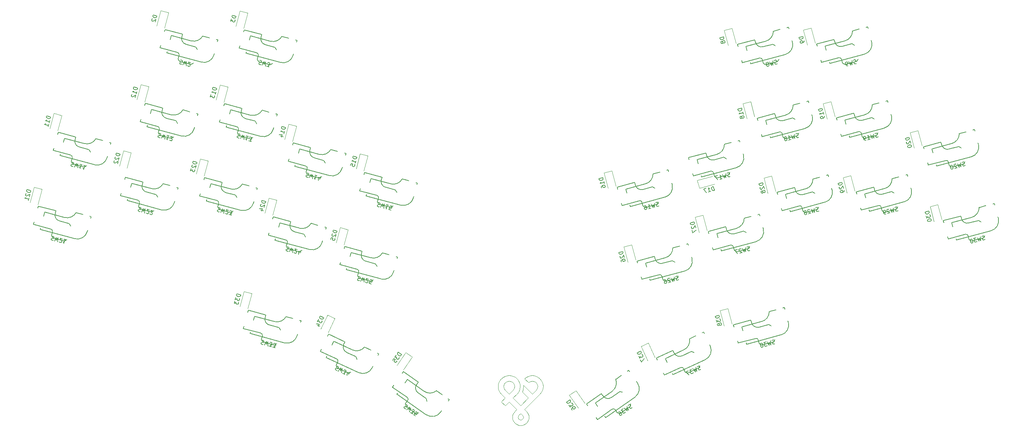
<source format=gbr>
%TF.GenerationSoftware,KiCad,Pcbnew,(6.0.0)*%
%TF.CreationDate,2022-07-16T11:14:52-07:00*%
%TF.ProjectId,greenthumb,67726565-6e74-4687-956d-622e6b696361,rev?*%
%TF.SameCoordinates,Original*%
%TF.FileFunction,Legend,Bot*%
%TF.FilePolarity,Positive*%
%FSLAX46Y46*%
G04 Gerber Fmt 4.6, Leading zero omitted, Abs format (unit mm)*
G04 Created by KiCad (PCBNEW (6.0.0)) date 2022-07-16 11:14:52*
%MOMM*%
%LPD*%
G01*
G04 APERTURE LIST*
%ADD10C,0.150000*%
%ADD11C,0.120000*%
%ADD12C,0.100000*%
G04 APERTURE END LIST*
D10*
%TO.C,SW22*%
X54850097Y-81414572D02*
X55000411Y-81405550D01*
X55230393Y-81467174D01*
X55310061Y-81537819D01*
X55343733Y-81596141D01*
X55365080Y-81700458D01*
X55340431Y-81792451D01*
X55269785Y-81872119D01*
X55211464Y-81905791D01*
X55107146Y-81927138D01*
X54910836Y-81923836D01*
X54806518Y-81945183D01*
X54748197Y-81978855D01*
X54677551Y-82058523D01*
X54652901Y-82150516D01*
X54674248Y-82254833D01*
X54707920Y-82313155D01*
X54787588Y-82383801D01*
X55017571Y-82445424D01*
X55167885Y-82436402D01*
X55477535Y-82568671D02*
X55966337Y-81664369D01*
X55965452Y-82403615D01*
X56334308Y-81762967D01*
X56305472Y-82790516D01*
X56652097Y-82784796D02*
X56685768Y-82843117D01*
X56765436Y-82913763D01*
X56995419Y-82975387D01*
X57099736Y-82954040D01*
X57158058Y-82920368D01*
X57228704Y-82840700D01*
X57253353Y-82748707D01*
X57244331Y-82598393D01*
X56840270Y-81898539D01*
X57438224Y-82058760D01*
X57572026Y-83031291D02*
X57605698Y-83089612D01*
X57685366Y-83160258D01*
X57915348Y-83221881D01*
X58019666Y-83200534D01*
X58077987Y-83166862D01*
X58148633Y-83087194D01*
X58173282Y-82995201D01*
X58164260Y-82844887D01*
X57760199Y-82145033D01*
X58358153Y-82305254D01*
%TO.C,SW33*%
X85343621Y-114431908D02*
X85493935Y-114422886D01*
X85723917Y-114484510D01*
X85803585Y-114555155D01*
X85837257Y-114613477D01*
X85858604Y-114717794D01*
X85833955Y-114809787D01*
X85763309Y-114889455D01*
X85704988Y-114923127D01*
X85600670Y-114944474D01*
X85404360Y-114941172D01*
X85300042Y-114962519D01*
X85241721Y-114996191D01*
X85171075Y-115075859D01*
X85146425Y-115167852D01*
X85167772Y-115272169D01*
X85201444Y-115330491D01*
X85281112Y-115401137D01*
X85511095Y-115462760D01*
X85661409Y-115453738D01*
X85971059Y-115586007D02*
X86459861Y-114681705D01*
X86458976Y-115420951D01*
X86827832Y-114780303D01*
X86798996Y-115807852D01*
X87074975Y-115881800D02*
X87672929Y-116042022D01*
X87449551Y-115587777D01*
X87587541Y-115624751D01*
X87691858Y-115603404D01*
X87750179Y-115569732D01*
X87820825Y-115490064D01*
X87882449Y-115260082D01*
X87861102Y-115155764D01*
X87827430Y-115097443D01*
X87747762Y-115026797D01*
X87471783Y-114952849D01*
X87367465Y-114974196D01*
X87309144Y-115007868D01*
X87994904Y-116128295D02*
X88592858Y-116288516D01*
X88369480Y-115834271D01*
X88507470Y-115871245D01*
X88611788Y-115849898D01*
X88670109Y-115816227D01*
X88740755Y-115736558D01*
X88802378Y-115506576D01*
X88781031Y-115402258D01*
X88747359Y-115343937D01*
X88667691Y-115273291D01*
X88391712Y-115199343D01*
X88287395Y-115220690D01*
X88229074Y-115254362D01*
%TO.C,SW23*%
X74496774Y-81502500D02*
X74647088Y-81493478D01*
X74877070Y-81555102D01*
X74956738Y-81625747D01*
X74990410Y-81684069D01*
X75011757Y-81788386D01*
X74987108Y-81880379D01*
X74916462Y-81960047D01*
X74858141Y-81993719D01*
X74753823Y-82015066D01*
X74557513Y-82011764D01*
X74453195Y-82033111D01*
X74394874Y-82066783D01*
X74324228Y-82146451D01*
X74299578Y-82238444D01*
X74320925Y-82342761D01*
X74354597Y-82401083D01*
X74434265Y-82471729D01*
X74664248Y-82533352D01*
X74814562Y-82524330D01*
X75124212Y-82656599D02*
X75613014Y-81752297D01*
X75612129Y-82491543D01*
X75980985Y-81850895D01*
X75952149Y-82878444D01*
X76298774Y-82872724D02*
X76332445Y-82931045D01*
X76412113Y-83001691D01*
X76642096Y-83063315D01*
X76746413Y-83041968D01*
X76804735Y-83008296D01*
X76875381Y-82928628D01*
X76900030Y-82836635D01*
X76891008Y-82686321D01*
X76486947Y-81986467D01*
X77084901Y-82146688D01*
X77148057Y-83198887D02*
X77746011Y-83359108D01*
X77522633Y-82904863D01*
X77660623Y-82941837D01*
X77764941Y-82920490D01*
X77823262Y-82886819D01*
X77893908Y-82807150D01*
X77955531Y-82577168D01*
X77934184Y-82472850D01*
X77900512Y-82414529D01*
X77820844Y-82343883D01*
X77544865Y-82269935D01*
X77440548Y-82291282D01*
X77382227Y-82324954D01*
%TO.C,SW35*%
X121058367Y-130392567D02*
X121202702Y-130435499D01*
X121397738Y-130572065D01*
X121448440Y-130665698D01*
X121460134Y-130732019D01*
X121444515Y-130837346D01*
X121389888Y-130915361D01*
X121296255Y-130966062D01*
X121229934Y-130977756D01*
X121124607Y-130962137D01*
X120941265Y-130891892D01*
X120835937Y-130876273D01*
X120769617Y-130887967D01*
X120675983Y-130938668D01*
X120621357Y-131016683D01*
X120605738Y-131122010D01*
X120617432Y-131188331D01*
X120668133Y-131281964D01*
X120863169Y-131418530D01*
X121007504Y-131461462D01*
X121253242Y-131691662D02*
X122021854Y-131009075D01*
X121768186Y-131703437D01*
X122333912Y-131227581D01*
X121955372Y-132183299D01*
X122189415Y-132347178D02*
X122696509Y-132702249D01*
X122641964Y-132198999D01*
X122758986Y-132280938D01*
X122864313Y-132296557D01*
X122930634Y-132284863D01*
X123024267Y-132234162D01*
X123160833Y-132039126D01*
X123176452Y-131933798D01*
X123164758Y-131867478D01*
X123114057Y-131773844D01*
X122880013Y-131609965D01*
X122774686Y-131594346D01*
X122708365Y-131606040D01*
X123437647Y-133221199D02*
X123047575Y-132948067D01*
X123281699Y-132530682D01*
X123293393Y-132597002D01*
X123344094Y-132690636D01*
X123539131Y-132827201D01*
X123644458Y-132842820D01*
X123710779Y-132831126D01*
X123804412Y-132780425D01*
X123940978Y-132585389D01*
X123956597Y-132480061D01*
X123944903Y-132413741D01*
X123894202Y-132320107D01*
X123699166Y-132183541D01*
X123593838Y-132167922D01*
X123527517Y-132179616D01*
%TO.C,SW25*%
X109260823Y-98582068D02*
X109411137Y-98573046D01*
X109641119Y-98634670D01*
X109720787Y-98705315D01*
X109754459Y-98763637D01*
X109775806Y-98867954D01*
X109751157Y-98959947D01*
X109680511Y-99039615D01*
X109622190Y-99073287D01*
X109517872Y-99094634D01*
X109321562Y-99091332D01*
X109217244Y-99112679D01*
X109158923Y-99146351D01*
X109088277Y-99226019D01*
X109063627Y-99318012D01*
X109084974Y-99422329D01*
X109118646Y-99480651D01*
X109198314Y-99551297D01*
X109428297Y-99612920D01*
X109578611Y-99603898D01*
X109888261Y-99736167D02*
X110377063Y-98831865D01*
X110376178Y-99571111D01*
X110745034Y-98930463D01*
X110716198Y-99958012D01*
X111062823Y-99952292D02*
X111096494Y-100010613D01*
X111176162Y-100081259D01*
X111406145Y-100142883D01*
X111510462Y-100121536D01*
X111568784Y-100087864D01*
X111639430Y-100008196D01*
X111664079Y-99916203D01*
X111655057Y-99765889D01*
X111250996Y-99066035D01*
X111848950Y-99226256D01*
X112464064Y-100426351D02*
X112004099Y-100303104D01*
X112081350Y-99830815D01*
X112115021Y-99889136D01*
X112194690Y-99959782D01*
X112424672Y-100021405D01*
X112528990Y-100000058D01*
X112587311Y-99966387D01*
X112657957Y-99886718D01*
X112719580Y-99656736D01*
X112698233Y-99552418D01*
X112664561Y-99494097D01*
X112584893Y-99423451D01*
X112354911Y-99361828D01*
X112250593Y-99383175D01*
X112192272Y-99416847D01*
%TO.C,SW21*%
X33262269Y-88571079D02*
X33412583Y-88562057D01*
X33642565Y-88623681D01*
X33722233Y-88694326D01*
X33755905Y-88752648D01*
X33777252Y-88856965D01*
X33752603Y-88948958D01*
X33681957Y-89028626D01*
X33623636Y-89062298D01*
X33519318Y-89083645D01*
X33323008Y-89080343D01*
X33218690Y-89101690D01*
X33160369Y-89135362D01*
X33089723Y-89215030D01*
X33065073Y-89307023D01*
X33086420Y-89411340D01*
X33120092Y-89469662D01*
X33199760Y-89540308D01*
X33429743Y-89601931D01*
X33580057Y-89592909D01*
X33889707Y-89725178D02*
X34378509Y-88820876D01*
X34377624Y-89560122D01*
X34746480Y-88919474D01*
X34717644Y-89947023D01*
X35064269Y-89941303D02*
X35097940Y-89999624D01*
X35177608Y-90070270D01*
X35407591Y-90131894D01*
X35511908Y-90110547D01*
X35570230Y-90076875D01*
X35640876Y-89997207D01*
X35665525Y-89905214D01*
X35656503Y-89754900D01*
X35252442Y-89055046D01*
X35850396Y-89215267D01*
X36770325Y-89461761D02*
X36218367Y-89313865D01*
X36494346Y-89387813D02*
X36235527Y-90353739D01*
X36180508Y-90191100D01*
X36113165Y-90074458D01*
X36033497Y-90003812D01*
%TO.C,SW14*%
X96472840Y-72897102D02*
X96623154Y-72888080D01*
X96853136Y-72949704D01*
X96932804Y-73020349D01*
X96966476Y-73078671D01*
X96987823Y-73182988D01*
X96963174Y-73274981D01*
X96892528Y-73354649D01*
X96834207Y-73388321D01*
X96729889Y-73409668D01*
X96533579Y-73406366D01*
X96429261Y-73427713D01*
X96370940Y-73461385D01*
X96300294Y-73541053D01*
X96275644Y-73633046D01*
X96296991Y-73737363D01*
X96330663Y-73795685D01*
X96410331Y-73866331D01*
X96640314Y-73927954D01*
X96790628Y-73918932D01*
X97100278Y-74051201D02*
X97589080Y-73146899D01*
X97588195Y-73886145D01*
X97957051Y-73245497D01*
X97928215Y-74273046D01*
X99060967Y-73541290D02*
X98509009Y-73393393D01*
X98784988Y-73467342D02*
X98526169Y-74433267D01*
X98471150Y-74270629D01*
X98403807Y-74153986D01*
X98324138Y-74083340D01*
X99716357Y-74407085D02*
X99888903Y-73763135D01*
X99387777Y-74713434D02*
X99342665Y-73961863D01*
X99940620Y-74122084D01*
%TO.C,SW34*%
X103899180Y-120849922D02*
X104048777Y-120867138D01*
X104264565Y-120967762D01*
X104330755Y-121051169D01*
X104353788Y-121114451D01*
X104356696Y-121220891D01*
X104316447Y-121307206D01*
X104233040Y-121373396D01*
X104169757Y-121396429D01*
X104063318Y-121399337D01*
X103870563Y-121361996D01*
X103764123Y-121364904D01*
X103700841Y-121387937D01*
X103617434Y-121454127D01*
X103577185Y-121540442D01*
X103580093Y-121646882D01*
X103603126Y-121710164D01*
X103669316Y-121793571D01*
X103885104Y-121894194D01*
X104034701Y-121911411D01*
X104316679Y-122095441D02*
X104955085Y-121289757D01*
X104825845Y-122017618D01*
X105300345Y-121450754D01*
X105093514Y-122457685D01*
X105352459Y-122578433D02*
X105913507Y-122840054D01*
X105772402Y-122353921D01*
X105901874Y-122414295D01*
X106008314Y-122411387D01*
X106071596Y-122388354D01*
X106155003Y-122322164D01*
X106255626Y-122106376D01*
X106252718Y-121999937D01*
X106229685Y-121936654D01*
X106163495Y-121853248D01*
X105904550Y-121732500D01*
X105798110Y-121735408D01*
X105734828Y-121758441D01*
X106831215Y-122900196D02*
X107112960Y-122295991D01*
X106454430Y-123144832D02*
X106540513Y-122396846D01*
X107101560Y-122658467D01*
%TO.C,SW24*%
X91555276Y-91249688D02*
X91705590Y-91240666D01*
X91935572Y-91302290D01*
X92015240Y-91372935D01*
X92048912Y-91431257D01*
X92070259Y-91535574D01*
X92045610Y-91627567D01*
X91974964Y-91707235D01*
X91916643Y-91740907D01*
X91812325Y-91762254D01*
X91616015Y-91758952D01*
X91511697Y-91780299D01*
X91453376Y-91813971D01*
X91382730Y-91893639D01*
X91358080Y-91985632D01*
X91379427Y-92089949D01*
X91413099Y-92148271D01*
X91492767Y-92218917D01*
X91722750Y-92280540D01*
X91873064Y-92271518D01*
X92182714Y-92403787D02*
X92671516Y-91499485D01*
X92670631Y-92238731D01*
X93039487Y-91598083D01*
X93010651Y-92625632D01*
X93357276Y-92619912D02*
X93390947Y-92678233D01*
X93470615Y-92748879D01*
X93700598Y-92810503D01*
X93804915Y-92789156D01*
X93863237Y-92755484D01*
X93933883Y-92675816D01*
X93958532Y-92583823D01*
X93949510Y-92433509D01*
X93545449Y-91733655D01*
X94143403Y-91893876D01*
X94798793Y-92759671D02*
X94971339Y-92115721D01*
X94470213Y-93066020D02*
X94425101Y-92314449D01*
X95023056Y-92474670D01*
%TO.C,SW12*%
X59767657Y-63061977D02*
X59917971Y-63052955D01*
X60147953Y-63114579D01*
X60227621Y-63185224D01*
X60261293Y-63243546D01*
X60282640Y-63347863D01*
X60257991Y-63439856D01*
X60187345Y-63519524D01*
X60129024Y-63553196D01*
X60024706Y-63574543D01*
X59828396Y-63571241D01*
X59724078Y-63592588D01*
X59665757Y-63626260D01*
X59595111Y-63705928D01*
X59570461Y-63797921D01*
X59591808Y-63902238D01*
X59625480Y-63960560D01*
X59705148Y-64031206D01*
X59935131Y-64092829D01*
X60085445Y-64083807D01*
X60395095Y-64216076D02*
X60883897Y-63311774D01*
X60883012Y-64051020D01*
X61251868Y-63410372D01*
X61223032Y-64437921D01*
X62355784Y-63706165D02*
X61803826Y-63558268D01*
X62079805Y-63632217D02*
X61820986Y-64598142D01*
X61765967Y-64435504D01*
X61698624Y-64318861D01*
X61618955Y-64248215D01*
X62489586Y-64678696D02*
X62523258Y-64737017D01*
X62602926Y-64807663D01*
X62832908Y-64869286D01*
X62937226Y-64847939D01*
X62995547Y-64814267D01*
X63066193Y-64734599D01*
X63090842Y-64642606D01*
X63081820Y-64492292D01*
X62677759Y-63792438D01*
X63275713Y-63952659D01*
%TO.C,SW3*%
X84791868Y-44920562D02*
X84942183Y-44911540D01*
X85172165Y-44973164D01*
X85251833Y-45043810D01*
X85285505Y-45102131D01*
X85306852Y-45206448D01*
X85282203Y-45298441D01*
X85211557Y-45378110D01*
X85153235Y-45411781D01*
X85048918Y-45433128D01*
X84852607Y-45429826D01*
X84748290Y-45451173D01*
X84689968Y-45484845D01*
X84619322Y-45564513D01*
X84594673Y-45656506D01*
X84616020Y-45760824D01*
X84649692Y-45819145D01*
X84729360Y-45889791D01*
X84959342Y-45951414D01*
X85109656Y-45942392D01*
X85419307Y-46074661D02*
X85908108Y-45170359D01*
X85907224Y-45909605D01*
X86276080Y-45268957D01*
X86247243Y-46296506D01*
X86523222Y-46370455D02*
X87121176Y-46530676D01*
X86897799Y-46076431D01*
X87035788Y-46113405D01*
X87140106Y-46092058D01*
X87198427Y-46058387D01*
X87269073Y-45978718D01*
X87330697Y-45748736D01*
X87309350Y-45644418D01*
X87275678Y-45586097D01*
X87196010Y-45515451D01*
X86920031Y-45441503D01*
X86815713Y-45462850D01*
X86757392Y-45496522D01*
%TO.C,SW15*%
X114178383Y-80229478D02*
X114328697Y-80220456D01*
X114558679Y-80282080D01*
X114638347Y-80352725D01*
X114672019Y-80411047D01*
X114693366Y-80515364D01*
X114668717Y-80607357D01*
X114598071Y-80687025D01*
X114539750Y-80720697D01*
X114435432Y-80742044D01*
X114239122Y-80738742D01*
X114134804Y-80760089D01*
X114076483Y-80793761D01*
X114005837Y-80873429D01*
X113981187Y-80965422D01*
X114002534Y-81069739D01*
X114036206Y-81128061D01*
X114115874Y-81198707D01*
X114345857Y-81260330D01*
X114496171Y-81251308D01*
X114805821Y-81383577D02*
X115294623Y-80479275D01*
X115293738Y-81218521D01*
X115662594Y-80577873D01*
X115633758Y-81605422D01*
X116766510Y-80873666D02*
X116214552Y-80725769D01*
X116490531Y-80799718D02*
X116231712Y-81765643D01*
X116176693Y-81603005D01*
X116109350Y-81486362D01*
X116029681Y-81415716D01*
X117381624Y-82073761D02*
X116921659Y-81950514D01*
X116998910Y-81478225D01*
X117032581Y-81536546D01*
X117112250Y-81607192D01*
X117342232Y-81668815D01*
X117446550Y-81647468D01*
X117504871Y-81613797D01*
X117575517Y-81534128D01*
X117637140Y-81304146D01*
X117615793Y-81199828D01*
X117582121Y-81141507D01*
X117502453Y-81070861D01*
X117272471Y-81009238D01*
X117168153Y-81030585D01*
X117109832Y-81064257D01*
%TO.C,SW13*%
X79414339Y-63149904D02*
X79564653Y-63140882D01*
X79794635Y-63202506D01*
X79874303Y-63273151D01*
X79907975Y-63331473D01*
X79929322Y-63435790D01*
X79904673Y-63527783D01*
X79834027Y-63607451D01*
X79775706Y-63641123D01*
X79671388Y-63662470D01*
X79475078Y-63659168D01*
X79370760Y-63680515D01*
X79312439Y-63714187D01*
X79241793Y-63793855D01*
X79217143Y-63885848D01*
X79238490Y-63990165D01*
X79272162Y-64048487D01*
X79351830Y-64119133D01*
X79581813Y-64180756D01*
X79732127Y-64171734D01*
X80041777Y-64304003D02*
X80530579Y-63399701D01*
X80529694Y-64138947D01*
X80898550Y-63498299D01*
X80869714Y-64525848D01*
X82002466Y-63794092D02*
X81450508Y-63646195D01*
X81726487Y-63720144D02*
X81467668Y-64686069D01*
X81412649Y-64523431D01*
X81345306Y-64406788D01*
X81265637Y-64336142D01*
X82065622Y-64846291D02*
X82663576Y-65006512D01*
X82440198Y-64552267D01*
X82578188Y-64589241D01*
X82682506Y-64567894D01*
X82740827Y-64534223D01*
X82811473Y-64454554D01*
X82873096Y-64224572D01*
X82851749Y-64120254D01*
X82818077Y-64061933D01*
X82738409Y-63991287D01*
X82462430Y-63917339D01*
X82358113Y-63938686D01*
X82299792Y-63972358D01*
%TO.C,SW2*%
X65145183Y-44832642D02*
X65295498Y-44823620D01*
X65525480Y-44885244D01*
X65605148Y-44955890D01*
X65638820Y-45014211D01*
X65660167Y-45118528D01*
X65635518Y-45210521D01*
X65564872Y-45290190D01*
X65506550Y-45323861D01*
X65402233Y-45345208D01*
X65205922Y-45341906D01*
X65101605Y-45363253D01*
X65043283Y-45396925D01*
X64972637Y-45476593D01*
X64947988Y-45568586D01*
X64969335Y-45672904D01*
X65003007Y-45731225D01*
X65082675Y-45801871D01*
X65312657Y-45863494D01*
X65462971Y-45854472D01*
X65772622Y-45986741D02*
X66261423Y-45082439D01*
X66260539Y-45821685D01*
X66629395Y-45181037D01*
X66600558Y-46208586D01*
X66947183Y-46202866D02*
X66980855Y-46261188D01*
X67060523Y-46331833D01*
X67290505Y-46393457D01*
X67394823Y-46372110D01*
X67453144Y-46338438D01*
X67523790Y-46258770D01*
X67548440Y-46166777D01*
X67539417Y-46016463D01*
X67135356Y-45316609D01*
X67733310Y-45476830D01*
%TO.C,SW11*%
X38179832Y-70218486D02*
X38330146Y-70209464D01*
X38560128Y-70271088D01*
X38639796Y-70341733D01*
X38673468Y-70400055D01*
X38694815Y-70504372D01*
X38670166Y-70596365D01*
X38599520Y-70676033D01*
X38541199Y-70709705D01*
X38436881Y-70731052D01*
X38240571Y-70727750D01*
X38136253Y-70749097D01*
X38077932Y-70782769D01*
X38007286Y-70862437D01*
X37982636Y-70954430D01*
X38003983Y-71058747D01*
X38037655Y-71117069D01*
X38117323Y-71187715D01*
X38347306Y-71249338D01*
X38497620Y-71240316D01*
X38807270Y-71372585D02*
X39296072Y-70468283D01*
X39295187Y-71207529D01*
X39664043Y-70566881D01*
X39635207Y-71594430D01*
X40767959Y-70862674D02*
X40216001Y-70714777D01*
X40491980Y-70788726D02*
X40233161Y-71754651D01*
X40178142Y-71592013D01*
X40110799Y-71475370D01*
X40031130Y-71404724D01*
X41687888Y-71109168D02*
X41135930Y-70961272D01*
X41411909Y-71035220D02*
X41153090Y-72001146D01*
X41098071Y-71838507D01*
X41030728Y-71721865D01*
X40951060Y-71651219D01*
%TO.C,SW36*%
X177227362Y-131057959D02*
X177137653Y-131178906D01*
X176942617Y-131315471D01*
X176837289Y-131331090D01*
X176770969Y-131319396D01*
X176677335Y-131268695D01*
X176622709Y-131190681D01*
X176607090Y-131085353D01*
X176618784Y-131019033D01*
X176669485Y-130925399D01*
X176798201Y-130777139D01*
X176848902Y-130683506D01*
X176860596Y-130617185D01*
X176844977Y-130511857D01*
X176790351Y-130433843D01*
X176696717Y-130383142D01*
X176630397Y-130371448D01*
X176525069Y-130387067D01*
X176330033Y-130523632D01*
X176240325Y-130644579D01*
X175939961Y-130796764D02*
X176318501Y-131752482D01*
X175752775Y-131276626D01*
X176006443Y-131970987D01*
X175237830Y-131288401D01*
X175003787Y-131452280D02*
X174496693Y-131807351D01*
X174988249Y-131928217D01*
X174871227Y-132010156D01*
X174820526Y-132103790D01*
X174808832Y-132170110D01*
X174824451Y-132275438D01*
X174961017Y-132470474D01*
X175054650Y-132521176D01*
X175120971Y-132532870D01*
X175226298Y-132517251D01*
X175460342Y-132353372D01*
X175511043Y-132259738D01*
X175522737Y-132193418D01*
X173794562Y-132298988D02*
X173950591Y-132189735D01*
X174055919Y-132174116D01*
X174122239Y-132185810D01*
X174282193Y-132248206D01*
X174430453Y-132376922D01*
X174648959Y-132688980D01*
X174664578Y-132794307D01*
X174652884Y-132860628D01*
X174602182Y-132954261D01*
X174446153Y-133063514D01*
X174340826Y-133079133D01*
X174274505Y-133067439D01*
X174180872Y-133016738D01*
X174044306Y-132821701D01*
X174028687Y-132716374D01*
X174040381Y-132650053D01*
X174091082Y-132556420D01*
X174247111Y-132447167D01*
X174352439Y-132431548D01*
X174418759Y-132443242D01*
X174512393Y-132493943D01*
%TO.C,SW29*%
X243180828Y-82198786D02*
X243055164Y-82281757D01*
X242825181Y-82343380D01*
X242720864Y-82322033D01*
X242662543Y-82288362D01*
X242591897Y-82208693D01*
X242567247Y-82116701D01*
X242588594Y-82012383D01*
X242622266Y-81954062D01*
X242701934Y-81883416D01*
X242873595Y-81788120D01*
X242953264Y-81717475D01*
X242986935Y-81659153D01*
X243008282Y-81554836D01*
X242983633Y-81462843D01*
X242912987Y-81383175D01*
X242854666Y-81349503D01*
X242750348Y-81328156D01*
X242520366Y-81389779D01*
X242394701Y-81472750D01*
X242060401Y-81513027D02*
X242089238Y-82540576D01*
X241720381Y-81899928D01*
X241721266Y-82639174D01*
X241232465Y-81734871D01*
X240935139Y-81913137D02*
X240876818Y-81879466D01*
X240772500Y-81858119D01*
X240542518Y-81919742D01*
X240462849Y-81990388D01*
X240429178Y-82048709D01*
X240407831Y-82153027D01*
X240432480Y-82245020D01*
X240515451Y-82370685D01*
X241215305Y-82774746D01*
X240617351Y-82934967D01*
X240157386Y-83058214D02*
X239973400Y-83107513D01*
X239869083Y-83086166D01*
X239810761Y-83052494D01*
X239681794Y-82939154D01*
X239586499Y-82767493D01*
X239487901Y-82399521D01*
X239509248Y-82295204D01*
X239542920Y-82236882D01*
X239622588Y-82166236D01*
X239806574Y-82116938D01*
X239910892Y-82138285D01*
X239969213Y-82171956D01*
X240039859Y-82251625D01*
X240101483Y-82481607D01*
X240080136Y-82585925D01*
X240046464Y-82644246D01*
X239966796Y-82714892D01*
X239782810Y-82764191D01*
X239678492Y-82742844D01*
X239620171Y-82709172D01*
X239549525Y-82629504D01*
%TO.C,SW37*%
X194264346Y-121585870D02*
X194154998Y-121689401D01*
X193939210Y-121790025D01*
X193832771Y-121787116D01*
X193769488Y-121764084D01*
X193686082Y-121697893D01*
X193645832Y-121611578D01*
X193648740Y-121505138D01*
X193671773Y-121441856D01*
X193737964Y-121358449D01*
X193890469Y-121234793D01*
X193956659Y-121151386D01*
X193979692Y-121088104D01*
X193982600Y-120981664D01*
X193942351Y-120895349D01*
X193858944Y-120829159D01*
X193795662Y-120806126D01*
X193689222Y-120803218D01*
X193473435Y-120903841D01*
X193364087Y-121007373D01*
X193041859Y-121105088D02*
X193248690Y-122112019D01*
X192774190Y-121545155D01*
X192903430Y-122273017D01*
X192265024Y-121467332D01*
X192006079Y-121588080D02*
X191445031Y-121849701D01*
X191908131Y-122054089D01*
X191778659Y-122114463D01*
X191712469Y-122197870D01*
X191689436Y-122261152D01*
X191686528Y-122367591D01*
X191787151Y-122583379D01*
X191870558Y-122649569D01*
X191933840Y-122672602D01*
X192040280Y-122675510D01*
X192299225Y-122554762D01*
X192365415Y-122471355D01*
X192388448Y-122408073D01*
X191142929Y-121990574D02*
X190538724Y-122272320D01*
X191349760Y-122997505D01*
%TO.C,SW38*%
X212687302Y-115216126D02*
X212561638Y-115299097D01*
X212331655Y-115360720D01*
X212227338Y-115339373D01*
X212169017Y-115305702D01*
X212098371Y-115226033D01*
X212073721Y-115134041D01*
X212095068Y-115029723D01*
X212128740Y-114971402D01*
X212208408Y-114900756D01*
X212380069Y-114805460D01*
X212459738Y-114734815D01*
X212493409Y-114676493D01*
X212514756Y-114572176D01*
X212490107Y-114480183D01*
X212419461Y-114400515D01*
X212361140Y-114366843D01*
X212256822Y-114345496D01*
X212026840Y-114407119D01*
X211901175Y-114490090D01*
X211566875Y-114530367D02*
X211595712Y-115557916D01*
X211226855Y-114917268D01*
X211227740Y-115656514D01*
X210738939Y-114752211D01*
X210462960Y-114826160D02*
X209865006Y-114986381D01*
X210285579Y-115268080D01*
X210147589Y-115305054D01*
X210067921Y-115375700D01*
X210034249Y-115434021D01*
X210012902Y-115538339D01*
X210074526Y-115768321D01*
X210145172Y-115847989D01*
X210203493Y-115881661D01*
X210307811Y-115903008D01*
X210583790Y-115829060D01*
X210663458Y-115758414D01*
X210697130Y-115700093D01*
X209423971Y-115548246D02*
X209503639Y-115477600D01*
X209537311Y-115419279D01*
X209558658Y-115314961D01*
X209546333Y-115268965D01*
X209475687Y-115189296D01*
X209417366Y-115155625D01*
X209313048Y-115134278D01*
X209129062Y-115183576D01*
X209049394Y-115254222D01*
X209015722Y-115312544D01*
X208994375Y-115416861D01*
X209006700Y-115462858D01*
X209077346Y-115542526D01*
X209135667Y-115576198D01*
X209239985Y-115597545D01*
X209423971Y-115548246D01*
X209528288Y-115569593D01*
X209586610Y-115603265D01*
X209657255Y-115682933D01*
X209706554Y-115866919D01*
X209685207Y-115971236D01*
X209651535Y-116029558D01*
X209571867Y-116100203D01*
X209387881Y-116149502D01*
X209283564Y-116128155D01*
X209225243Y-116094484D01*
X209154597Y-116014815D01*
X209105298Y-115830829D01*
X209126645Y-115726512D01*
X209160317Y-115668191D01*
X209239985Y-115597545D01*
%TO.C,SW30*%
X264768659Y-89355298D02*
X264642995Y-89438269D01*
X264413012Y-89499892D01*
X264308695Y-89478545D01*
X264250374Y-89444874D01*
X264179728Y-89365205D01*
X264155078Y-89273213D01*
X264176425Y-89168895D01*
X264210097Y-89110574D01*
X264289765Y-89039928D01*
X264461426Y-88944632D01*
X264541095Y-88873987D01*
X264574766Y-88815665D01*
X264596113Y-88711348D01*
X264571464Y-88619355D01*
X264500818Y-88539687D01*
X264442497Y-88506015D01*
X264338179Y-88484668D01*
X264108197Y-88546291D01*
X263982532Y-88629262D01*
X263648232Y-88669539D02*
X263677069Y-89697088D01*
X263308212Y-89056440D01*
X263309097Y-89795686D01*
X262820296Y-88891383D01*
X262544317Y-88965332D02*
X261946363Y-89125553D01*
X262366936Y-89407252D01*
X262228946Y-89444226D01*
X262149278Y-89514872D01*
X262115606Y-89573193D01*
X262094259Y-89677511D01*
X262155883Y-89907493D01*
X262226529Y-89987161D01*
X262284850Y-90020833D01*
X262389168Y-90042180D01*
X262665147Y-89968232D01*
X262744815Y-89897586D01*
X262778487Y-89839265D01*
X261348409Y-89285774D02*
X261256416Y-89310424D01*
X261176748Y-89381070D01*
X261143076Y-89439391D01*
X261121729Y-89543708D01*
X261125031Y-89740019D01*
X261186655Y-89970001D01*
X261281950Y-90141663D01*
X261352596Y-90221331D01*
X261410917Y-90255003D01*
X261515235Y-90276350D01*
X261607228Y-90251700D01*
X261686896Y-90181054D01*
X261720568Y-90122733D01*
X261741915Y-90018415D01*
X261738612Y-89822105D01*
X261676989Y-89592122D01*
X261581693Y-89420461D01*
X261511048Y-89340793D01*
X261452726Y-89307121D01*
X261348409Y-89285774D01*
%TO.C,SW26*%
X188770104Y-99366285D02*
X188644440Y-99449256D01*
X188414457Y-99510879D01*
X188310140Y-99489532D01*
X188251819Y-99455861D01*
X188181173Y-99376192D01*
X188156523Y-99284200D01*
X188177870Y-99179882D01*
X188211542Y-99121561D01*
X188291210Y-99050915D01*
X188462871Y-98955619D01*
X188542540Y-98884974D01*
X188576211Y-98826652D01*
X188597558Y-98722335D01*
X188572909Y-98630342D01*
X188502263Y-98550674D01*
X188443942Y-98517002D01*
X188339624Y-98495655D01*
X188109642Y-98557278D01*
X187983977Y-98640249D01*
X187649677Y-98680526D02*
X187678514Y-99708075D01*
X187309657Y-99067427D01*
X187310542Y-99806673D01*
X186821741Y-98902370D01*
X186524415Y-99080636D02*
X186466094Y-99046965D01*
X186361776Y-99025618D01*
X186131794Y-99087241D01*
X186052125Y-99157887D01*
X186018454Y-99216208D01*
X185997107Y-99320526D01*
X186021756Y-99412519D01*
X186104727Y-99538184D01*
X186804581Y-99942245D01*
X186206627Y-100102466D01*
X185119871Y-99358385D02*
X185303857Y-99309086D01*
X185408175Y-99330433D01*
X185466496Y-99364105D01*
X185595463Y-99477445D01*
X185690759Y-99649106D01*
X185789356Y-100017078D01*
X185768009Y-100121395D01*
X185734337Y-100179717D01*
X185654669Y-100250362D01*
X185470683Y-100299661D01*
X185366366Y-100278314D01*
X185308045Y-100244643D01*
X185237399Y-100164974D01*
X185175775Y-99934992D01*
X185197122Y-99830674D01*
X185230794Y-99772353D01*
X185310462Y-99701707D01*
X185494448Y-99652408D01*
X185598766Y-99673755D01*
X185657087Y-99707427D01*
X185727733Y-99787095D01*
%TO.C,SW27*%
X206475649Y-92033907D02*
X206349985Y-92116878D01*
X206120002Y-92178501D01*
X206015685Y-92157154D01*
X205957364Y-92123483D01*
X205886718Y-92043814D01*
X205862068Y-91951822D01*
X205883415Y-91847504D01*
X205917087Y-91789183D01*
X205996755Y-91718537D01*
X206168416Y-91623241D01*
X206248085Y-91552596D01*
X206281756Y-91494274D01*
X206303103Y-91389957D01*
X206278454Y-91297964D01*
X206207808Y-91218296D01*
X206149487Y-91184624D01*
X206045169Y-91163277D01*
X205815187Y-91224900D01*
X205689522Y-91307871D01*
X205355222Y-91348148D02*
X205384059Y-92375697D01*
X205015202Y-91735049D01*
X205016087Y-92474295D01*
X204527286Y-91569992D01*
X204229960Y-91748258D02*
X204171639Y-91714587D01*
X204067321Y-91693240D01*
X203837339Y-91754863D01*
X203757670Y-91825509D01*
X203723999Y-91883830D01*
X203702652Y-91988148D01*
X203727301Y-92080141D01*
X203810272Y-92205806D01*
X204510126Y-92609867D01*
X203912172Y-92770088D01*
X203331378Y-91890435D02*
X202687427Y-92062981D01*
X203360214Y-92917984D01*
%TO.C,SW28*%
X223534143Y-82286714D02*
X223408479Y-82369685D01*
X223178496Y-82431308D01*
X223074179Y-82409961D01*
X223015858Y-82376290D01*
X222945212Y-82296621D01*
X222920562Y-82204629D01*
X222941909Y-82100311D01*
X222975581Y-82041990D01*
X223055249Y-81971344D01*
X223226910Y-81876048D01*
X223306579Y-81805403D01*
X223340250Y-81747081D01*
X223361597Y-81642764D01*
X223336948Y-81550771D01*
X223266302Y-81471103D01*
X223207981Y-81437431D01*
X223103663Y-81416084D01*
X222873681Y-81477707D01*
X222748016Y-81560678D01*
X222413716Y-81600955D02*
X222442553Y-82628504D01*
X222073696Y-81987856D01*
X222074581Y-82727102D01*
X221585780Y-81822799D01*
X221288454Y-82001065D02*
X221230133Y-81967394D01*
X221125815Y-81946047D01*
X220895833Y-82007670D01*
X220816164Y-82078316D01*
X220782493Y-82136637D01*
X220761146Y-82240955D01*
X220785795Y-82332948D01*
X220868766Y-82458613D01*
X221568620Y-82862674D01*
X220970666Y-83022895D01*
X220270812Y-82618834D02*
X220350480Y-82548188D01*
X220384152Y-82489867D01*
X220405499Y-82385549D01*
X220393174Y-82339553D01*
X220322528Y-82259884D01*
X220264207Y-82226213D01*
X220159889Y-82204866D01*
X219975903Y-82254164D01*
X219896235Y-82324810D01*
X219862563Y-82383132D01*
X219841216Y-82487449D01*
X219853541Y-82533446D01*
X219924187Y-82613114D01*
X219982508Y-82646786D01*
X220086826Y-82668133D01*
X220270812Y-82618834D01*
X220375129Y-82640181D01*
X220433451Y-82673853D01*
X220504096Y-82753521D01*
X220553395Y-82937507D01*
X220532048Y-83041824D01*
X220498376Y-83100146D01*
X220418708Y-83170791D01*
X220234722Y-83220090D01*
X220130405Y-83198743D01*
X220072084Y-83165072D01*
X220001438Y-83085403D01*
X219952139Y-82901417D01*
X219973486Y-82797100D01*
X220007158Y-82738779D01*
X220086826Y-82668133D01*
%TO.C,SW20*%
X259851088Y-71002704D02*
X259725424Y-71085675D01*
X259495441Y-71147298D01*
X259391124Y-71125951D01*
X259332803Y-71092280D01*
X259262157Y-71012611D01*
X259237507Y-70920619D01*
X259258854Y-70816301D01*
X259292526Y-70757980D01*
X259372194Y-70687334D01*
X259543855Y-70592038D01*
X259623524Y-70521393D01*
X259657195Y-70463071D01*
X259678542Y-70358754D01*
X259653893Y-70266761D01*
X259583247Y-70187093D01*
X259524926Y-70153421D01*
X259420608Y-70132074D01*
X259190626Y-70193697D01*
X259064961Y-70276668D01*
X258730661Y-70316945D02*
X258759498Y-71344494D01*
X258390641Y-70703846D01*
X258391526Y-71443092D01*
X257902725Y-70538789D01*
X257605399Y-70717055D02*
X257547078Y-70683384D01*
X257442760Y-70662037D01*
X257212778Y-70723660D01*
X257133109Y-70794306D01*
X257099438Y-70852627D01*
X257078091Y-70956945D01*
X257102740Y-71048938D01*
X257185711Y-71174603D01*
X257885565Y-71578664D01*
X257287611Y-71738885D01*
X256430838Y-70933180D02*
X256338845Y-70957830D01*
X256259177Y-71028476D01*
X256225505Y-71086797D01*
X256204158Y-71191114D01*
X256207460Y-71387425D01*
X256269084Y-71617407D01*
X256364379Y-71789069D01*
X256435025Y-71868737D01*
X256493346Y-71902409D01*
X256597664Y-71923756D01*
X256689657Y-71899106D01*
X256769325Y-71828460D01*
X256802997Y-71770139D01*
X256824344Y-71665821D01*
X256821041Y-71469511D01*
X256759418Y-71239528D01*
X256664122Y-71067867D01*
X256593477Y-70988199D01*
X256535155Y-70954527D01*
X256430838Y-70933180D01*
%TO.C,SW9*%
X232885741Y-45616851D02*
X232760076Y-45699822D01*
X232530094Y-45761446D01*
X232425776Y-45740099D01*
X232367455Y-45706427D01*
X232296809Y-45626759D01*
X232272159Y-45534766D01*
X232293507Y-45430448D01*
X232327178Y-45372127D01*
X232406847Y-45301481D01*
X232578508Y-45206186D01*
X232658176Y-45135540D01*
X232691848Y-45077219D01*
X232713195Y-44972901D01*
X232688545Y-44880908D01*
X232617899Y-44801240D01*
X232559578Y-44767568D01*
X232455260Y-44746221D01*
X232225278Y-44807845D01*
X232099613Y-44890815D01*
X231765313Y-44931092D02*
X231794150Y-45958641D01*
X231425294Y-45317993D01*
X231426178Y-46057239D01*
X230937377Y-45152937D01*
X230782228Y-46229785D02*
X230598242Y-46279084D01*
X230493924Y-46257737D01*
X230435603Y-46224065D01*
X230306636Y-46110725D01*
X230211341Y-45939064D01*
X230112743Y-45571092D01*
X230134090Y-45466774D01*
X230167762Y-45408453D01*
X230247430Y-45337807D01*
X230431416Y-45288508D01*
X230535734Y-45309855D01*
X230594055Y-45343527D01*
X230664701Y-45423195D01*
X230726324Y-45653178D01*
X230704977Y-45757495D01*
X230671305Y-45815817D01*
X230591637Y-45886463D01*
X230407651Y-45935761D01*
X230303334Y-45914414D01*
X230245013Y-45880743D01*
X230174367Y-45801074D01*
%TO.C,SW8*%
X213239052Y-45704786D02*
X213113387Y-45787757D01*
X212883405Y-45849381D01*
X212779087Y-45828034D01*
X212720766Y-45794362D01*
X212650120Y-45714694D01*
X212625470Y-45622701D01*
X212646818Y-45518383D01*
X212680489Y-45460062D01*
X212760158Y-45389416D01*
X212931819Y-45294121D01*
X213011487Y-45223475D01*
X213045159Y-45165154D01*
X213066506Y-45060836D01*
X213041856Y-44968843D01*
X212971210Y-44889175D01*
X212912889Y-44855503D01*
X212808571Y-44834156D01*
X212578589Y-44895780D01*
X212452924Y-44978750D01*
X212118624Y-45019027D02*
X212147461Y-46046576D01*
X211778605Y-45405928D01*
X211779489Y-46145174D01*
X211290688Y-45240872D01*
X210895649Y-45790412D02*
X210975318Y-45719766D01*
X211008989Y-45661445D01*
X211030336Y-45557127D01*
X211018012Y-45511130D01*
X210947366Y-45431462D01*
X210889045Y-45397790D01*
X210784727Y-45376443D01*
X210600741Y-45425742D01*
X210521073Y-45496388D01*
X210487401Y-45554709D01*
X210466054Y-45659027D01*
X210478379Y-45705024D01*
X210549025Y-45784692D01*
X210607346Y-45818363D01*
X210711663Y-45839711D01*
X210895649Y-45790412D01*
X210999967Y-45811759D01*
X211058288Y-45845430D01*
X211128934Y-45925099D01*
X211178233Y-46109085D01*
X211156886Y-46213402D01*
X211123214Y-46271723D01*
X211043546Y-46342369D01*
X210859560Y-46391668D01*
X210755242Y-46370321D01*
X210696921Y-46336649D01*
X210626275Y-46256981D01*
X210576976Y-46072995D01*
X210598324Y-45968678D01*
X210631995Y-45910356D01*
X210711663Y-45839711D01*
%TO.C,SW16*%
X183852546Y-81013699D02*
X183726882Y-81096670D01*
X183496899Y-81158293D01*
X183392582Y-81136946D01*
X183334261Y-81103275D01*
X183263615Y-81023606D01*
X183238965Y-80931614D01*
X183260312Y-80827296D01*
X183293984Y-80768975D01*
X183373652Y-80698329D01*
X183545313Y-80603033D01*
X183624982Y-80532388D01*
X183658653Y-80474066D01*
X183680000Y-80369749D01*
X183655351Y-80277756D01*
X183584705Y-80198088D01*
X183526384Y-80164416D01*
X183422066Y-80143069D01*
X183192084Y-80204692D01*
X183066419Y-80287663D01*
X182732119Y-80327940D02*
X182760956Y-81355489D01*
X182392099Y-80714841D01*
X182392984Y-81454087D01*
X181904183Y-80549784D01*
X181289069Y-81749880D02*
X181841026Y-81601983D01*
X181565048Y-81675932D02*
X181306229Y-80710006D01*
X181435196Y-80823346D01*
X181551838Y-80890689D01*
X181656156Y-80912036D01*
X180202313Y-81005799D02*
X180386299Y-80956500D01*
X180490617Y-80977847D01*
X180548938Y-81011519D01*
X180677905Y-81124859D01*
X180773201Y-81296520D01*
X180871798Y-81664492D01*
X180850451Y-81768809D01*
X180816779Y-81827131D01*
X180737111Y-81897776D01*
X180553125Y-81947075D01*
X180448808Y-81925728D01*
X180390487Y-81892057D01*
X180319841Y-81812388D01*
X180258217Y-81582406D01*
X180279564Y-81478088D01*
X180313236Y-81419767D01*
X180392904Y-81349121D01*
X180576890Y-81299822D01*
X180681208Y-81321169D01*
X180739529Y-81354841D01*
X180810175Y-81434509D01*
%TO.C,SW19*%
X238263263Y-63846199D02*
X238137599Y-63929170D01*
X237907616Y-63990793D01*
X237803299Y-63969446D01*
X237744978Y-63935775D01*
X237674332Y-63856106D01*
X237649682Y-63764114D01*
X237671029Y-63659796D01*
X237704701Y-63601475D01*
X237784369Y-63530829D01*
X237956030Y-63435533D01*
X238035699Y-63364888D01*
X238069370Y-63306566D01*
X238090717Y-63202249D01*
X238066068Y-63110256D01*
X237995422Y-63030588D01*
X237937101Y-62996916D01*
X237832783Y-62975569D01*
X237602801Y-63037192D01*
X237477136Y-63120163D01*
X237142836Y-63160440D02*
X237171673Y-64187989D01*
X236802816Y-63547341D01*
X236803701Y-64286587D01*
X236314900Y-63382284D01*
X235699786Y-64582380D02*
X236251743Y-64434483D01*
X235975765Y-64508432D02*
X235716946Y-63542506D01*
X235845913Y-63655846D01*
X235962555Y-63723189D01*
X236066873Y-63744536D01*
X235239821Y-64705627D02*
X235055835Y-64754926D01*
X234951518Y-64733579D01*
X234893196Y-64699907D01*
X234764229Y-64586567D01*
X234668934Y-64414906D01*
X234570336Y-64046934D01*
X234591683Y-63942617D01*
X234625355Y-63884295D01*
X234705023Y-63813649D01*
X234889009Y-63764351D01*
X234993327Y-63785698D01*
X235051648Y-63819369D01*
X235122294Y-63899038D01*
X235183918Y-64129020D01*
X235162571Y-64233338D01*
X235128899Y-64291659D01*
X235049231Y-64362305D01*
X234865245Y-64411604D01*
X234760927Y-64390257D01*
X234702606Y-64356585D01*
X234631960Y-64276917D01*
%TO.C,SW17*%
X201558081Y-73681322D02*
X201432417Y-73764293D01*
X201202434Y-73825916D01*
X201098117Y-73804569D01*
X201039796Y-73770898D01*
X200969150Y-73691229D01*
X200944500Y-73599237D01*
X200965847Y-73494919D01*
X200999519Y-73436598D01*
X201079187Y-73365952D01*
X201250848Y-73270656D01*
X201330517Y-73200011D01*
X201364188Y-73141689D01*
X201385535Y-73037372D01*
X201360886Y-72945379D01*
X201290240Y-72865711D01*
X201231919Y-72832039D01*
X201127601Y-72810692D01*
X200897619Y-72872315D01*
X200771954Y-72955286D01*
X200437654Y-72995563D02*
X200466491Y-74023112D01*
X200097634Y-73382464D01*
X200098519Y-74121710D01*
X199609718Y-73217407D01*
X198994604Y-74417503D02*
X199546561Y-74269606D01*
X199270583Y-74343555D02*
X199011764Y-73377629D01*
X199140731Y-73490969D01*
X199257373Y-73558312D01*
X199361691Y-73579659D01*
X198413810Y-73537850D02*
X197769859Y-73710396D01*
X198442646Y-74565399D01*
%TO.C,SW18*%
X218616580Y-63934128D02*
X218490916Y-64017099D01*
X218260933Y-64078722D01*
X218156616Y-64057375D01*
X218098295Y-64023704D01*
X218027649Y-63944035D01*
X218002999Y-63852043D01*
X218024346Y-63747725D01*
X218058018Y-63689404D01*
X218137686Y-63618758D01*
X218309347Y-63523462D01*
X218389016Y-63452817D01*
X218422687Y-63394495D01*
X218444034Y-63290178D01*
X218419385Y-63198185D01*
X218348739Y-63118517D01*
X218290418Y-63084845D01*
X218186100Y-63063498D01*
X217956118Y-63125121D01*
X217830453Y-63208092D01*
X217496153Y-63248369D02*
X217524990Y-64275918D01*
X217156133Y-63635270D01*
X217157018Y-64374516D01*
X216668217Y-63470213D01*
X216053103Y-64670309D02*
X216605060Y-64522412D01*
X216329082Y-64596361D02*
X216070263Y-63630435D01*
X216199230Y-63743775D01*
X216315872Y-63811118D01*
X216420190Y-63832465D01*
X215353249Y-64266248D02*
X215432917Y-64195602D01*
X215466589Y-64137281D01*
X215487936Y-64032963D01*
X215475611Y-63986967D01*
X215404965Y-63907298D01*
X215346644Y-63873627D01*
X215242326Y-63852280D01*
X215058340Y-63901578D01*
X214978672Y-63972224D01*
X214945000Y-64030546D01*
X214923653Y-64134863D01*
X214935978Y-64180860D01*
X215006624Y-64260528D01*
X215064945Y-64294200D01*
X215169263Y-64315547D01*
X215353249Y-64266248D01*
X215457566Y-64287595D01*
X215515888Y-64321267D01*
X215586533Y-64400935D01*
X215635832Y-64584921D01*
X215614485Y-64689238D01*
X215580813Y-64747560D01*
X215501145Y-64818205D01*
X215317159Y-64867504D01*
X215212842Y-64846157D01*
X215154521Y-64812486D01*
X215083875Y-64732817D01*
X215034576Y-64548831D01*
X215055923Y-64444514D01*
X215089595Y-64386193D01*
X215169263Y-64315547D01*
%TO.C,D3*%
X78968227Y-33951195D02*
X78002301Y-33692376D01*
X77940678Y-33922358D01*
X77949700Y-34072672D01*
X78017043Y-34189315D01*
X78096712Y-34259961D01*
X78268373Y-34355256D01*
X78406362Y-34392230D01*
X78602673Y-34395533D01*
X78706990Y-34374186D01*
X78823633Y-34306842D01*
X78906603Y-34181177D01*
X78968227Y-33951195D01*
X77768132Y-34566309D02*
X77607910Y-35164263D01*
X78062155Y-34940885D01*
X78025181Y-35078875D01*
X78046528Y-35183192D01*
X78080200Y-35241514D01*
X78159868Y-35312160D01*
X78389850Y-35373783D01*
X78494168Y-35352436D01*
X78552489Y-35318764D01*
X78623135Y-35239096D01*
X78697083Y-34963117D01*
X78675736Y-34858800D01*
X78642065Y-34800479D01*
%TO.C,D2*%
X59321547Y-33863259D02*
X58355621Y-33604440D01*
X58293998Y-33834422D01*
X58303020Y-33984736D01*
X58370363Y-34101379D01*
X58450032Y-34172025D01*
X58621693Y-34267320D01*
X58759682Y-34304294D01*
X58955993Y-34307597D01*
X59060310Y-34286250D01*
X59176953Y-34218906D01*
X59259923Y-34093241D01*
X59321547Y-33863259D01*
X58201120Y-34549019D02*
X58142799Y-34582691D01*
X58072153Y-34662359D01*
X58010529Y-34892341D01*
X58031876Y-34996659D01*
X58065548Y-35054980D01*
X58145216Y-35125626D01*
X58237209Y-35150275D01*
X58387523Y-35141253D01*
X59087377Y-34737192D01*
X58927156Y-35335146D01*
%TO.C,D12*%
X54527227Y-51755881D02*
X53561301Y-51497062D01*
X53499678Y-51727045D01*
X53508700Y-51877359D01*
X53576044Y-51994001D01*
X53655712Y-52064647D01*
X53827373Y-52159942D01*
X53965362Y-52196917D01*
X54161673Y-52200219D01*
X54265991Y-52178872D01*
X54382633Y-52111528D01*
X54465604Y-51985864D01*
X54527227Y-51755881D01*
X54132836Y-53227768D02*
X54280733Y-52675811D01*
X54206785Y-52951790D02*
X53240859Y-52692970D01*
X53403498Y-52637952D01*
X53520140Y-52570608D01*
X53590786Y-52490940D01*
X53160306Y-53361570D02*
X53101984Y-53395242D01*
X53031339Y-53474910D01*
X52969715Y-53704893D01*
X52991062Y-53809210D01*
X53024734Y-53867532D01*
X53104402Y-53938178D01*
X53196395Y-53962827D01*
X53346709Y-53953805D01*
X54046563Y-53549744D01*
X53886342Y-54147698D01*
%TO.C,D14*%
X91232407Y-61591009D02*
X90266481Y-61332190D01*
X90204858Y-61562173D01*
X90213880Y-61712487D01*
X90281224Y-61829129D01*
X90360892Y-61899775D01*
X90532553Y-61995070D01*
X90670542Y-62032045D01*
X90866853Y-62035347D01*
X90971171Y-62014000D01*
X91087813Y-61946656D01*
X91170784Y-61820992D01*
X91232407Y-61591009D01*
X90838016Y-63062896D02*
X90985913Y-62510939D01*
X90911965Y-62786918D02*
X89946039Y-62528098D01*
X90108678Y-62473080D01*
X90225320Y-62405736D01*
X90295966Y-62326068D01*
X89972221Y-63718287D02*
X90616171Y-63890833D01*
X89665873Y-63389707D02*
X90417443Y-63344595D01*
X90257222Y-63942549D01*
%TO.C,D13*%
X74173916Y-51843819D02*
X73207990Y-51585000D01*
X73146367Y-51814983D01*
X73155389Y-51965297D01*
X73222733Y-52081939D01*
X73302401Y-52152585D01*
X73474062Y-52247880D01*
X73612051Y-52284855D01*
X73808362Y-52288157D01*
X73912680Y-52266810D01*
X74029322Y-52199466D01*
X74112293Y-52073802D01*
X74173916Y-51843819D01*
X73779525Y-53315706D02*
X73927422Y-52763749D01*
X73853474Y-53039728D02*
X72887548Y-52780908D01*
X73050187Y-52725890D01*
X73166829Y-52658546D01*
X73237475Y-52578878D01*
X72727326Y-53378863D02*
X72567105Y-53976817D01*
X73021350Y-53753439D01*
X72984376Y-53891429D01*
X73005723Y-53995746D01*
X73039395Y-54054067D01*
X73119063Y-54124713D01*
X73349045Y-54186337D01*
X73453363Y-54164990D01*
X73511684Y-54131318D01*
X73582330Y-54051650D01*
X73656278Y-53775671D01*
X73634931Y-53671353D01*
X73601259Y-53613032D01*
%TO.C,D15*%
X108937952Y-68923389D02*
X107972026Y-68664570D01*
X107910403Y-68894553D01*
X107919425Y-69044867D01*
X107986769Y-69161509D01*
X108066437Y-69232155D01*
X108238098Y-69327450D01*
X108376087Y-69364425D01*
X108572398Y-69367727D01*
X108676716Y-69346380D01*
X108793358Y-69279036D01*
X108876329Y-69153372D01*
X108937952Y-68923389D01*
X108543561Y-70395276D02*
X108691458Y-69843319D01*
X108617510Y-70119298D02*
X107651584Y-69860478D01*
X107814223Y-69805460D01*
X107930865Y-69738116D01*
X108001511Y-69658448D01*
X107343466Y-71010390D02*
X107466713Y-70550426D01*
X107939002Y-70627676D01*
X107880681Y-70661348D01*
X107810035Y-70741016D01*
X107748412Y-70970999D01*
X107769759Y-71075316D01*
X107803431Y-71133637D01*
X107883099Y-71204283D01*
X108113081Y-71265907D01*
X108217399Y-71244560D01*
X108275720Y-71210888D01*
X108346366Y-71131220D01*
X108407989Y-70901237D01*
X108386642Y-70796920D01*
X108352971Y-70738599D01*
%TO.C,D22*%
X50184375Y-68191403D02*
X49218449Y-67932584D01*
X49156826Y-68162567D01*
X49165848Y-68312881D01*
X49233192Y-68429523D01*
X49312860Y-68500169D01*
X49484521Y-68595464D01*
X49622510Y-68632439D01*
X49818821Y-68635741D01*
X49923139Y-68614394D01*
X50039781Y-68547050D01*
X50122752Y-68421386D01*
X50184375Y-68191403D01*
X49063948Y-68877163D02*
X49005627Y-68910835D01*
X48934981Y-68990503D01*
X48873357Y-69220485D01*
X48894704Y-69324803D01*
X48928376Y-69383124D01*
X49008044Y-69453770D01*
X49100037Y-69478420D01*
X49250351Y-69469397D01*
X49950206Y-69065336D01*
X49789984Y-69663290D01*
X48817454Y-69797092D02*
X48759132Y-69830764D01*
X48688487Y-69910432D01*
X48626863Y-70140415D01*
X48648210Y-70244732D01*
X48681882Y-70303054D01*
X48761550Y-70373700D01*
X48853543Y-70398349D01*
X49003857Y-70389327D01*
X49703711Y-69985266D01*
X49543490Y-70583220D01*
%TO.C,D25*%
X104020398Y-87275977D02*
X103054472Y-87017158D01*
X102992849Y-87247141D01*
X103001871Y-87397455D01*
X103069215Y-87514097D01*
X103148883Y-87584743D01*
X103320544Y-87680038D01*
X103458533Y-87717013D01*
X103654844Y-87720315D01*
X103759162Y-87698968D01*
X103875804Y-87631624D01*
X103958775Y-87505960D01*
X104020398Y-87275977D01*
X102899971Y-87961737D02*
X102841650Y-87995409D01*
X102771004Y-88075077D01*
X102709380Y-88305059D01*
X102730727Y-88409377D01*
X102764399Y-88467698D01*
X102844067Y-88538344D01*
X102936060Y-88562994D01*
X103086374Y-88553971D01*
X103786229Y-88149910D01*
X103626007Y-88747864D01*
X102425912Y-89362978D02*
X102549159Y-88903014D01*
X103021448Y-88980264D01*
X102963127Y-89013936D01*
X102892481Y-89093604D01*
X102830858Y-89323587D01*
X102852205Y-89427904D01*
X102885877Y-89486225D01*
X102965545Y-89556871D01*
X103195527Y-89618495D01*
X103299845Y-89597148D01*
X103358166Y-89563476D01*
X103428812Y-89483808D01*
X103490435Y-89253825D01*
X103469088Y-89149508D01*
X103435417Y-89091187D01*
%TO.C,D24*%
X86314849Y-79943600D02*
X85348923Y-79684781D01*
X85287300Y-79914764D01*
X85296322Y-80065078D01*
X85363666Y-80181720D01*
X85443334Y-80252366D01*
X85614995Y-80347661D01*
X85752984Y-80384636D01*
X85949295Y-80387938D01*
X86053613Y-80366591D01*
X86170255Y-80299247D01*
X86253226Y-80173583D01*
X86314849Y-79943600D01*
X85194422Y-80629360D02*
X85136101Y-80663032D01*
X85065455Y-80742700D01*
X85003831Y-80972682D01*
X85025178Y-81077000D01*
X85058850Y-81135321D01*
X85138518Y-81205967D01*
X85230511Y-81230617D01*
X85380825Y-81221594D01*
X86080680Y-80817533D01*
X85920458Y-81415487D01*
X85054663Y-82070878D02*
X85698613Y-82243424D01*
X84748315Y-81742298D02*
X85499885Y-81697186D01*
X85339664Y-82295140D01*
%TO.C,D23*%
X69256355Y-70196415D02*
X68290429Y-69937596D01*
X68228806Y-70167579D01*
X68237828Y-70317893D01*
X68305172Y-70434535D01*
X68384840Y-70505181D01*
X68556501Y-70600476D01*
X68694490Y-70637451D01*
X68890801Y-70640753D01*
X68995119Y-70619406D01*
X69111761Y-70552062D01*
X69194732Y-70426398D01*
X69256355Y-70196415D01*
X68135928Y-70882175D02*
X68077607Y-70915847D01*
X68006961Y-70995515D01*
X67945337Y-71225497D01*
X67966684Y-71329815D01*
X68000356Y-71388136D01*
X68080024Y-71458782D01*
X68172017Y-71483432D01*
X68322331Y-71474409D01*
X69022186Y-71070348D01*
X68861964Y-71668302D01*
X67809765Y-71731459D02*
X67649544Y-72329413D01*
X68103789Y-72106035D01*
X68066815Y-72244025D01*
X68088162Y-72348342D01*
X68121834Y-72406663D01*
X68201502Y-72477309D01*
X68431484Y-72538933D01*
X68535802Y-72517586D01*
X68594123Y-72483914D01*
X68664769Y-72404246D01*
X68738717Y-72128267D01*
X68717370Y-72023949D01*
X68683698Y-71965628D01*
%TO.C,D21*%
X28021839Y-77264986D02*
X27055913Y-77006167D01*
X26994290Y-77236150D01*
X27003312Y-77386464D01*
X27070656Y-77503106D01*
X27150324Y-77573752D01*
X27321985Y-77669047D01*
X27459974Y-77706022D01*
X27656285Y-77709324D01*
X27760603Y-77687977D01*
X27877245Y-77620633D01*
X27960216Y-77494969D01*
X28021839Y-77264986D01*
X26901412Y-77950746D02*
X26843091Y-77984418D01*
X26772445Y-78064086D01*
X26710821Y-78294068D01*
X26732168Y-78398386D01*
X26765840Y-78456707D01*
X26845508Y-78527353D01*
X26937501Y-78552003D01*
X27087815Y-78542980D01*
X27787670Y-78138919D01*
X27627448Y-78736873D01*
X27380954Y-79656803D02*
X27528851Y-79104845D01*
X27454902Y-79380824D02*
X26488976Y-79122005D01*
X26651615Y-79066986D01*
X26768258Y-78999643D01*
X26838904Y-78919974D01*
%TO.C,D11*%
X32939405Y-58912396D02*
X31973479Y-58653577D01*
X31911856Y-58883560D01*
X31920878Y-59033874D01*
X31988222Y-59150516D01*
X32067890Y-59221162D01*
X32239551Y-59316457D01*
X32377540Y-59353432D01*
X32573851Y-59356734D01*
X32678169Y-59335387D01*
X32794811Y-59268043D01*
X32877782Y-59142379D01*
X32939405Y-58912396D01*
X32545014Y-60384283D02*
X32692911Y-59832326D01*
X32618963Y-60108305D02*
X31653037Y-59849485D01*
X31815676Y-59794467D01*
X31932318Y-59727123D01*
X32002964Y-59647455D01*
X32298520Y-61304213D02*
X32446417Y-60752255D01*
X32372468Y-61028234D02*
X31406542Y-60769415D01*
X31569181Y-60714396D01*
X31685824Y-60647053D01*
X31756470Y-60567384D01*
%TO.C,D33*%
X80103194Y-103125823D02*
X79137268Y-102867004D01*
X79075645Y-103096987D01*
X79084667Y-103247301D01*
X79152011Y-103363943D01*
X79231679Y-103434589D01*
X79403340Y-103529884D01*
X79541329Y-103566859D01*
X79737640Y-103570161D01*
X79841958Y-103548814D01*
X79958600Y-103481470D01*
X80041571Y-103355806D01*
X80103194Y-103125823D01*
X78903099Y-103740937D02*
X78742877Y-104338891D01*
X79197122Y-104115514D01*
X79160148Y-104253503D01*
X79181495Y-104357821D01*
X79215167Y-104416142D01*
X79294835Y-104486788D01*
X79524817Y-104548411D01*
X79629135Y-104527064D01*
X79687456Y-104493393D01*
X79758102Y-104413724D01*
X79832050Y-104137746D01*
X79810703Y-104033428D01*
X79777032Y-103975107D01*
X78656604Y-104660867D02*
X78496383Y-105258821D01*
X78950628Y-105035443D01*
X78913654Y-105173433D01*
X78935001Y-105277750D01*
X78968673Y-105336071D01*
X79048341Y-105406717D01*
X79278323Y-105468341D01*
X79382641Y-105446994D01*
X79440962Y-105413322D01*
X79511608Y-105333654D01*
X79585556Y-105057675D01*
X79564209Y-104953357D01*
X79530537Y-104895036D01*
%TO.C,D34*%
X100701652Y-108805600D02*
X99795344Y-108382982D01*
X99694721Y-108598770D01*
X99677504Y-108748367D01*
X99723570Y-108874931D01*
X99789761Y-108958338D01*
X99942266Y-109081994D01*
X100071738Y-109142368D01*
X100264493Y-109179710D01*
X100370933Y-109176801D01*
X100497497Y-109130736D01*
X100601029Y-109021388D01*
X100701652Y-108805600D01*
X99412976Y-109202975D02*
X99151355Y-109764023D01*
X99637488Y-109622917D01*
X99577114Y-109752390D01*
X99580022Y-109858830D01*
X99603054Y-109922112D01*
X99669245Y-110005519D01*
X99885032Y-110106142D01*
X99991472Y-110103234D01*
X100054754Y-110080201D01*
X100138161Y-110014011D01*
X100258909Y-109755066D01*
X100256001Y-109648626D01*
X100232968Y-109585344D01*
X99091213Y-110681731D02*
X99695418Y-110963476D01*
X98846576Y-110304946D02*
X99594562Y-110391028D01*
X99332942Y-110952076D01*
%TO.C,D35*%
X120000886Y-117975976D02*
X119181734Y-117402399D01*
X119045168Y-117597436D01*
X119002236Y-117741771D01*
X119025624Y-117874411D01*
X119076325Y-117968045D01*
X119205041Y-118116305D01*
X119322063Y-118198244D01*
X119505405Y-118268490D01*
X119610733Y-118284109D01*
X119743373Y-118260721D01*
X119864320Y-118171012D01*
X120000886Y-117975976D01*
X118662784Y-118143537D02*
X118307713Y-118650631D01*
X118810963Y-118596086D01*
X118729023Y-118713108D01*
X118713404Y-118818435D01*
X118725098Y-118884756D01*
X118775800Y-118978389D01*
X118970836Y-119114955D01*
X119076163Y-119130574D01*
X119142484Y-119118880D01*
X119236117Y-119068179D01*
X119399996Y-118834135D01*
X119415615Y-118728808D01*
X119403921Y-118662487D01*
X117788763Y-119391769D02*
X118061894Y-119001696D01*
X118479280Y-119235821D01*
X118412959Y-119247515D01*
X118319326Y-119298216D01*
X118182760Y-119493252D01*
X118167141Y-119598580D01*
X118178835Y-119664900D01*
X118229536Y-119758534D01*
X118424572Y-119895100D01*
X118529900Y-119910719D01*
X118596221Y-119899025D01*
X118689854Y-119848323D01*
X118826420Y-119653287D01*
X118842039Y-119547960D01*
X118830345Y-119481639D01*
%TO.C,D9*%
X219572312Y-38937160D02*
X218606386Y-39195979D01*
X218668010Y-39425962D01*
X218750980Y-39551627D01*
X218867623Y-39618970D01*
X218971940Y-39640317D01*
X219168251Y-39637015D01*
X219306240Y-39600041D01*
X219477901Y-39504745D01*
X219557570Y-39434099D01*
X219624913Y-39317457D01*
X219633935Y-39167143D01*
X219572312Y-38937160D01*
X219843456Y-39949083D02*
X219892754Y-40133069D01*
X219871407Y-40237386D01*
X219837736Y-40295707D01*
X219724396Y-40424675D01*
X219552735Y-40519970D01*
X219184763Y-40618568D01*
X219080445Y-40597221D01*
X219022124Y-40563549D01*
X218951478Y-40483881D01*
X218902179Y-40299895D01*
X218923526Y-40195577D01*
X218957198Y-40137256D01*
X219036866Y-40066610D01*
X219266849Y-40004986D01*
X219371166Y-40026333D01*
X219429487Y-40060005D01*
X219500133Y-40139673D01*
X219549432Y-40323659D01*
X219528085Y-40427977D01*
X219494413Y-40486298D01*
X219414745Y-40556944D01*
%TO.C,D8*%
X199925630Y-39025094D02*
X198959704Y-39283913D01*
X199021328Y-39513896D01*
X199104298Y-39639561D01*
X199220941Y-39706904D01*
X199325258Y-39728251D01*
X199521569Y-39724949D01*
X199659558Y-39687975D01*
X199831219Y-39592679D01*
X199910888Y-39522033D01*
X199978231Y-39405391D01*
X199987253Y-39255077D01*
X199925630Y-39025094D01*
X199669465Y-40276906D02*
X199598820Y-40197238D01*
X199540498Y-40163566D01*
X199436181Y-40142219D01*
X199390184Y-40154544D01*
X199310516Y-40225190D01*
X199276844Y-40283511D01*
X199255497Y-40387829D01*
X199304796Y-40571815D01*
X199375442Y-40651483D01*
X199433763Y-40685155D01*
X199538081Y-40706502D01*
X199584077Y-40694177D01*
X199663745Y-40623531D01*
X199697417Y-40565210D01*
X199718764Y-40460892D01*
X199669465Y-40276906D01*
X199690812Y-40172589D01*
X199724484Y-40114267D01*
X199804152Y-40043622D01*
X199988138Y-39994323D01*
X200092456Y-40015670D01*
X200150777Y-40049341D01*
X200221423Y-40129010D01*
X200270722Y-40312996D01*
X200249375Y-40417313D01*
X200215703Y-40475634D01*
X200136035Y-40546280D01*
X199952049Y-40595579D01*
X199847731Y-40574232D01*
X199789410Y-40540560D01*
X199718764Y-40460892D01*
%TO.C,D19*%
X224355422Y-56787962D02*
X223389496Y-57046781D01*
X223451119Y-57276763D01*
X223534090Y-57402428D01*
X223650732Y-57469771D01*
X223755050Y-57491118D01*
X223951361Y-57487816D01*
X224089350Y-57450842D01*
X224261011Y-57355546D01*
X224340679Y-57284901D01*
X224408023Y-57168258D01*
X224417045Y-57017944D01*
X224355422Y-56787962D01*
X224749813Y-58259849D02*
X224601916Y-57707891D01*
X224675864Y-57983870D02*
X223709938Y-58242689D01*
X223823278Y-58113722D01*
X223890622Y-57997080D01*
X223911969Y-57892762D01*
X224873060Y-58719813D02*
X224922359Y-58903799D01*
X224901012Y-59008117D01*
X224867340Y-59066438D01*
X224754000Y-59195405D01*
X224582339Y-59290701D01*
X224214367Y-59389298D01*
X224110049Y-59367951D01*
X224051728Y-59334279D01*
X223981082Y-59254611D01*
X223931783Y-59070625D01*
X223953130Y-58966308D01*
X223986802Y-58907987D01*
X224066470Y-58837341D01*
X224296453Y-58775717D01*
X224400770Y-58797064D01*
X224459092Y-58830736D01*
X224529737Y-58910404D01*
X224579036Y-59094390D01*
X224557689Y-59198708D01*
X224524018Y-59257029D01*
X224444349Y-59327675D01*
%TO.C,D17*%
X197624013Y-77167650D02*
X197365194Y-76201724D01*
X197135212Y-76263347D01*
X197009547Y-76346318D01*
X196942204Y-76462960D01*
X196920857Y-76567278D01*
X196924159Y-76763589D01*
X196961133Y-76901578D01*
X197056429Y-77073239D01*
X197127074Y-77152907D01*
X197243717Y-77220251D01*
X197394031Y-77229273D01*
X197624013Y-77167650D01*
X196152126Y-77562041D02*
X196704084Y-77414144D01*
X196428105Y-77488092D02*
X196169286Y-76522166D01*
X196298253Y-76635506D01*
X196414895Y-76702850D01*
X196519213Y-76724197D01*
X195571332Y-76682388D02*
X194927381Y-76854934D01*
X195600169Y-77709937D01*
%TO.C,D26*%
X174873465Y-92349874D02*
X173907539Y-92608693D01*
X173969162Y-92838675D01*
X174052133Y-92964340D01*
X174168775Y-93031683D01*
X174273093Y-93053030D01*
X174469404Y-93049728D01*
X174607393Y-93012754D01*
X174779054Y-92917458D01*
X174858722Y-92846813D01*
X174926066Y-92730170D01*
X174935088Y-92579856D01*
X174873465Y-92349874D01*
X174246026Y-93503973D02*
X174212354Y-93562294D01*
X174191007Y-93666612D01*
X174252631Y-93896594D01*
X174323277Y-93976262D01*
X174381598Y-94009934D01*
X174485916Y-94031281D01*
X174577909Y-94006631D01*
X174703573Y-93923661D01*
X175107634Y-93223807D01*
X175267856Y-93821761D01*
X174523775Y-94908516D02*
X174474476Y-94724530D01*
X174495823Y-94620213D01*
X174529495Y-94561891D01*
X174642835Y-94432924D01*
X174814496Y-94337629D01*
X175182467Y-94239031D01*
X175286785Y-94260378D01*
X175345106Y-94294050D01*
X175415752Y-94373718D01*
X175465051Y-94557704D01*
X175443704Y-94662022D01*
X175410032Y-94720343D01*
X175330364Y-94790989D01*
X175100382Y-94852613D01*
X174996064Y-94831266D01*
X174937743Y-94797594D01*
X174867097Y-94717926D01*
X174817798Y-94533940D01*
X174839145Y-94429622D01*
X174872817Y-94371301D01*
X174952485Y-94300655D01*
%TO.C,D16*%
X169955905Y-73997281D02*
X168989979Y-74256100D01*
X169051602Y-74486082D01*
X169134573Y-74611747D01*
X169251215Y-74679090D01*
X169355533Y-74700437D01*
X169551844Y-74697135D01*
X169689833Y-74660161D01*
X169861494Y-74564865D01*
X169941162Y-74494220D01*
X170008506Y-74377577D01*
X170017528Y-74227263D01*
X169955905Y-73997281D01*
X170350296Y-75469168D02*
X170202399Y-74917210D01*
X170276347Y-75193189D02*
X169310421Y-75452008D01*
X169423761Y-75323041D01*
X169491105Y-75206399D01*
X169512452Y-75102081D01*
X169606215Y-76555923D02*
X169556916Y-76371937D01*
X169578263Y-76267620D01*
X169611935Y-76209298D01*
X169725275Y-76080331D01*
X169896936Y-75985036D01*
X170264907Y-75886438D01*
X170369225Y-75907785D01*
X170427546Y-75941457D01*
X170498192Y-76021125D01*
X170547491Y-76205111D01*
X170526144Y-76309429D01*
X170492472Y-76367750D01*
X170412804Y-76438396D01*
X170182822Y-76500020D01*
X170078504Y-76478673D01*
X170020183Y-76445001D01*
X169949537Y-76365333D01*
X169900238Y-76181347D01*
X169921585Y-76077029D01*
X169955257Y-76018708D01*
X170034925Y-75948062D01*
%TO.C,D18*%
X204402637Y-56767475D02*
X203436711Y-57026294D01*
X203498334Y-57256276D01*
X203581305Y-57381941D01*
X203697947Y-57449284D01*
X203802265Y-57470631D01*
X203998576Y-57467329D01*
X204136565Y-57430355D01*
X204308226Y-57335059D01*
X204387894Y-57264414D01*
X204455238Y-57147771D01*
X204464260Y-56997457D01*
X204402637Y-56767475D01*
X204797028Y-58239362D02*
X204649131Y-57687404D01*
X204723079Y-57963383D02*
X203757153Y-58222202D01*
X203870493Y-58093235D01*
X203937837Y-57976593D01*
X203959184Y-57872275D01*
X204392967Y-58939216D02*
X204322321Y-58859548D01*
X204263999Y-58825876D01*
X204159682Y-58804529D01*
X204113685Y-58816854D01*
X204034017Y-58887500D01*
X204000345Y-58945821D01*
X203978998Y-59050138D01*
X204028297Y-59234124D01*
X204098943Y-59313792D01*
X204157264Y-59347464D01*
X204261582Y-59368811D01*
X204307578Y-59356487D01*
X204387247Y-59285841D01*
X204420918Y-59227519D01*
X204442265Y-59123202D01*
X204392967Y-58939216D01*
X204414314Y-58834898D01*
X204447985Y-58776577D01*
X204527654Y-58705931D01*
X204711639Y-58656632D01*
X204815957Y-58677979D01*
X204874278Y-58711651D01*
X204944924Y-58791319D01*
X204994223Y-58975305D01*
X204972876Y-59079623D01*
X204939204Y-59137944D01*
X204859536Y-59208590D01*
X204675550Y-59257889D01*
X204571233Y-59236542D01*
X204512911Y-59202870D01*
X204442265Y-59123202D01*
%TO.C,D28*%
X209637506Y-75270306D02*
X208671580Y-75529125D01*
X208733203Y-75759107D01*
X208816174Y-75884772D01*
X208932816Y-75952115D01*
X209037134Y-75973462D01*
X209233445Y-75970160D01*
X209371434Y-75933186D01*
X209543095Y-75837890D01*
X209622763Y-75767245D01*
X209690107Y-75650602D01*
X209699129Y-75500288D01*
X209637506Y-75270306D01*
X209010067Y-76424405D02*
X208976395Y-76482726D01*
X208955048Y-76587044D01*
X209016672Y-76817026D01*
X209087318Y-76896694D01*
X209145639Y-76930366D01*
X209249957Y-76951713D01*
X209341950Y-76927063D01*
X209467614Y-76844093D01*
X209871675Y-76144239D01*
X210031897Y-76742193D01*
X209627836Y-77442047D02*
X209557190Y-77362379D01*
X209498868Y-77328707D01*
X209394551Y-77307360D01*
X209348554Y-77319685D01*
X209268886Y-77390331D01*
X209235214Y-77448652D01*
X209213867Y-77552969D01*
X209263166Y-77736955D01*
X209333812Y-77816623D01*
X209392133Y-77850295D01*
X209496451Y-77871642D01*
X209542447Y-77859318D01*
X209622116Y-77788672D01*
X209655787Y-77730350D01*
X209677134Y-77626033D01*
X209627836Y-77442047D01*
X209649183Y-77337729D01*
X209682854Y-77279408D01*
X209762523Y-77208762D01*
X209946508Y-77159463D01*
X210050826Y-77180810D01*
X210109147Y-77214482D01*
X210179793Y-77294150D01*
X210229092Y-77478136D01*
X210207745Y-77582454D01*
X210174073Y-77640775D01*
X210094405Y-77711421D01*
X209910419Y-77760720D01*
X209806102Y-77739373D01*
X209747780Y-77705701D01*
X209677134Y-77626033D01*
%TO.C,D27*%
X192579009Y-85017498D02*
X191613083Y-85276317D01*
X191674706Y-85506299D01*
X191757677Y-85631964D01*
X191874319Y-85699307D01*
X191978637Y-85720654D01*
X192174948Y-85717352D01*
X192312937Y-85680378D01*
X192484598Y-85585082D01*
X192564266Y-85514437D01*
X192631610Y-85397794D01*
X192640632Y-85247480D01*
X192579009Y-85017498D01*
X191951570Y-86171597D02*
X191917898Y-86229918D01*
X191896551Y-86334236D01*
X191958175Y-86564218D01*
X192028821Y-86643886D01*
X192087142Y-86677558D01*
X192191460Y-86698905D01*
X192283453Y-86674255D01*
X192409117Y-86591285D01*
X192813178Y-85891431D01*
X192973400Y-86489385D01*
X192093747Y-87070179D02*
X192266293Y-87714130D01*
X193121296Y-87041342D01*
%TO.C,D20*%
X245954454Y-63986297D02*
X244988528Y-64245116D01*
X245050151Y-64475098D01*
X245133122Y-64600763D01*
X245249764Y-64668106D01*
X245354082Y-64689453D01*
X245550393Y-64686151D01*
X245688382Y-64649177D01*
X245860043Y-64553881D01*
X245939711Y-64483236D01*
X246007055Y-64366593D01*
X246016077Y-64216279D01*
X245954454Y-63986297D01*
X245327015Y-65140396D02*
X245293343Y-65198717D01*
X245271996Y-65303035D01*
X245333620Y-65533017D01*
X245404266Y-65612685D01*
X245462587Y-65646357D01*
X245566905Y-65667704D01*
X245658898Y-65643054D01*
X245784562Y-65560084D01*
X246188623Y-64860230D01*
X246348845Y-65458184D01*
X245543140Y-66314957D02*
X245567790Y-66406950D01*
X245638435Y-66486618D01*
X245696757Y-66520290D01*
X245801074Y-66541637D01*
X245997385Y-66538334D01*
X246227367Y-66476711D01*
X246399028Y-66381415D01*
X246478697Y-66310770D01*
X246512368Y-66252448D01*
X246533715Y-66148131D01*
X246509066Y-66056138D01*
X246438420Y-65976470D01*
X246380099Y-65942798D01*
X246275781Y-65921451D01*
X246079471Y-65924753D01*
X245849488Y-65986377D01*
X245677827Y-66081672D01*
X245598159Y-66152318D01*
X245564487Y-66210639D01*
X245543140Y-66314957D01*
%TO.C,D36*%
X161769040Y-129217629D02*
X160949888Y-129791205D01*
X161086453Y-129986241D01*
X161207400Y-130075950D01*
X161340041Y-130099338D01*
X161445369Y-130083719D01*
X161628711Y-130013474D01*
X161745732Y-129931534D01*
X161874448Y-129783274D01*
X161925150Y-129689641D01*
X161948538Y-129557000D01*
X161905605Y-129412665D01*
X161769040Y-129217629D01*
X161468838Y-130532343D02*
X161823909Y-131039437D01*
X161944775Y-130547881D01*
X162026714Y-130664903D01*
X162120348Y-130715604D01*
X162186668Y-130727298D01*
X162291996Y-130711679D01*
X162487032Y-130575113D01*
X162537733Y-130481480D01*
X162549427Y-130415159D01*
X162533808Y-130309832D01*
X162369929Y-130075788D01*
X162276296Y-130025087D01*
X162209975Y-130013393D01*
X162315546Y-131741567D02*
X162206293Y-131585538D01*
X162190674Y-131480211D01*
X162202368Y-131413890D01*
X162264763Y-131253936D01*
X162393479Y-131105676D01*
X162705537Y-130887171D01*
X162810865Y-130871552D01*
X162877185Y-130883246D01*
X162970819Y-130933947D01*
X163080071Y-131089976D01*
X163095691Y-131195304D01*
X163083996Y-131261624D01*
X163033295Y-131355258D01*
X162838259Y-131491824D01*
X162732931Y-131507443D01*
X162666611Y-131495749D01*
X162572977Y-131445047D01*
X162463725Y-131289019D01*
X162448106Y-131183691D01*
X162459800Y-131117370D01*
X162510501Y-131023737D01*
%TO.C,D38*%
X198790666Y-108199722D02*
X197824740Y-108458541D01*
X197886363Y-108688523D01*
X197969334Y-108814188D01*
X198085976Y-108881531D01*
X198190294Y-108902878D01*
X198386605Y-108899576D01*
X198524594Y-108862602D01*
X198696255Y-108767306D01*
X198775923Y-108696661D01*
X198843267Y-108580018D01*
X198852289Y-108429704D01*
X198790666Y-108199722D01*
X198058909Y-109332474D02*
X198219131Y-109930428D01*
X198500830Y-109509855D01*
X198537804Y-109647844D01*
X198608450Y-109727512D01*
X198666771Y-109761184D01*
X198771088Y-109782531D01*
X199001071Y-109720908D01*
X199080739Y-109650262D01*
X199114411Y-109591941D01*
X199135758Y-109487623D01*
X199061809Y-109211644D01*
X198991164Y-109131976D01*
X198932842Y-109098304D01*
X198780996Y-110371463D02*
X198710350Y-110291795D01*
X198652028Y-110258123D01*
X198547711Y-110236776D01*
X198501714Y-110249101D01*
X198422046Y-110319747D01*
X198388374Y-110378068D01*
X198367027Y-110482385D01*
X198416326Y-110666371D01*
X198486972Y-110746039D01*
X198545293Y-110779711D01*
X198649611Y-110801058D01*
X198695607Y-110788734D01*
X198775276Y-110718088D01*
X198808947Y-110659766D01*
X198830294Y-110555449D01*
X198780996Y-110371463D01*
X198802343Y-110267145D01*
X198836014Y-110208824D01*
X198915683Y-110138178D01*
X199099668Y-110088879D01*
X199203986Y-110110226D01*
X199262307Y-110143898D01*
X199332953Y-110223566D01*
X199382252Y-110407552D01*
X199360905Y-110511870D01*
X199327233Y-110570191D01*
X199247565Y-110640837D01*
X199063579Y-110690136D01*
X198959262Y-110668789D01*
X198900940Y-110635117D01*
X198830294Y-110555449D01*
%TO.C,D29*%
X229284192Y-75182374D02*
X228318266Y-75441193D01*
X228379889Y-75671175D01*
X228462860Y-75796840D01*
X228579502Y-75864183D01*
X228683820Y-75885530D01*
X228880131Y-75882228D01*
X229018120Y-75845254D01*
X229189781Y-75749958D01*
X229269449Y-75679313D01*
X229336793Y-75562670D01*
X229345815Y-75412356D01*
X229284192Y-75182374D01*
X228656753Y-76336473D02*
X228623081Y-76394794D01*
X228601734Y-76499112D01*
X228663358Y-76729094D01*
X228734004Y-76808762D01*
X228792325Y-76842434D01*
X228896643Y-76863781D01*
X228988636Y-76839131D01*
X229114300Y-76756161D01*
X229518361Y-76056307D01*
X229678583Y-76654261D01*
X229801830Y-77114225D02*
X229851129Y-77298211D01*
X229829782Y-77402529D01*
X229796110Y-77460850D01*
X229682770Y-77589817D01*
X229511109Y-77685113D01*
X229143137Y-77783710D01*
X229038819Y-77762363D01*
X228980498Y-77728691D01*
X228909852Y-77649023D01*
X228860553Y-77465037D01*
X228881900Y-77360720D01*
X228915572Y-77302399D01*
X228995240Y-77231753D01*
X229225223Y-77170129D01*
X229329540Y-77191476D01*
X229387862Y-77225148D01*
X229458507Y-77304816D01*
X229507806Y-77488802D01*
X229486459Y-77593120D01*
X229452788Y-77651441D01*
X229373119Y-77722087D01*
%TO.C,D30*%
X250872017Y-82338882D02*
X249906091Y-82597701D01*
X249967714Y-82827683D01*
X250050685Y-82953348D01*
X250167327Y-83020691D01*
X250271645Y-83042038D01*
X250467956Y-83038736D01*
X250605945Y-83001762D01*
X250777606Y-82906466D01*
X250857274Y-82835821D01*
X250924618Y-82719178D01*
X250933640Y-82568864D01*
X250872017Y-82338882D01*
X250140260Y-83471634D02*
X250300482Y-84069588D01*
X250582181Y-83649015D01*
X250619155Y-83787004D01*
X250689801Y-83866672D01*
X250748122Y-83900344D01*
X250852439Y-83921691D01*
X251082422Y-83860068D01*
X251162090Y-83789422D01*
X251195762Y-83731101D01*
X251217109Y-83626783D01*
X251143160Y-83350804D01*
X251072515Y-83271136D01*
X251014193Y-83237464D01*
X250460703Y-84667542D02*
X250485353Y-84759535D01*
X250555998Y-84839203D01*
X250614320Y-84872875D01*
X250718637Y-84894222D01*
X250914948Y-84890919D01*
X251144930Y-84829296D01*
X251316591Y-84734000D01*
X251396260Y-84663355D01*
X251429931Y-84605033D01*
X251451278Y-84500716D01*
X251426629Y-84408723D01*
X251355983Y-84329055D01*
X251297662Y-84295383D01*
X251193344Y-84274036D01*
X250997034Y-84277338D01*
X250767051Y-84338962D01*
X250595390Y-84434257D01*
X250515722Y-84504903D01*
X250482050Y-84563224D01*
X250460703Y-84667542D01*
%TO.C,D37*%
X179360433Y-117089185D02*
X178454125Y-117511804D01*
X178554748Y-117727591D01*
X178658280Y-117836939D01*
X178784844Y-117883005D01*
X178891284Y-117885913D01*
X179084039Y-117848572D01*
X179213511Y-117788198D01*
X179366016Y-117664541D01*
X179432207Y-117581135D01*
X179478272Y-117454570D01*
X179461056Y-117304973D01*
X179360433Y-117089185D01*
X178836494Y-118331796D02*
X179098115Y-118892844D01*
X179302502Y-118429744D01*
X179362876Y-118559217D01*
X179446283Y-118625407D01*
X179509565Y-118648440D01*
X179616005Y-118651348D01*
X179831792Y-118550725D01*
X179897983Y-118467318D01*
X179921015Y-118404036D01*
X179923924Y-118297596D01*
X179803176Y-118038651D01*
X179719769Y-117972460D01*
X179656486Y-117949428D01*
X179238987Y-119194947D02*
X179520733Y-119799152D01*
X180245918Y-118988116D01*
%TO.C,SW22*%
X64231015Y-76458418D02*
X64599033Y-76557028D01*
X60502080Y-82033256D02*
X51915000Y-79732355D01*
X59121012Y-78262318D02*
X56706198Y-77615271D01*
X64500423Y-76925046D02*
X64599033Y-76557028D01*
X50263595Y-78477171D02*
X54610261Y-79641857D01*
X59474566Y-78874691D02*
X59121012Y-78262318D01*
X50418887Y-77897615D02*
X50263595Y-78477171D01*
X53065450Y-75438815D02*
X57972354Y-76753616D01*
X55826711Y-75102005D02*
X51480045Y-73937319D01*
X52802490Y-76420195D02*
X53065450Y-75438815D01*
X63612932Y-80237205D02*
X63711542Y-79869187D01*
X51480045Y-73937319D02*
X51350635Y-74420282D01*
X54963815Y-80254229D02*
X54704996Y-81220155D01*
X57956327Y-82608984D02*
X55058549Y-81832527D01*
X60845602Y-75551299D02*
X62513599Y-75998238D01*
X58568699Y-82255431D02*
X57956327Y-82608984D01*
X51915000Y-79732355D02*
X52013610Y-79364337D01*
X55645538Y-75778153D02*
X55826711Y-75102005D01*
X55058549Y-81832527D02*
X54704996Y-81220155D01*
X60502080Y-82033256D02*
G75*
G03*
X63612932Y-80237205I657401J2453450D01*
G01*
X57972354Y-76753616D02*
G75*
G03*
X60850509Y-75532985I657399J2453454D01*
G01*
X55645537Y-75778153D02*
G75*
G03*
X56706198Y-77615271I1448892J-388227D01*
G01*
X54963814Y-80254229D02*
G75*
G03*
X54610261Y-79641857I-482963J129409D01*
G01*
%TO.C,SW33*%
X94724539Y-109475754D02*
X95092557Y-109574364D01*
X86320235Y-108119341D02*
X81973569Y-106954655D01*
X89614536Y-111279654D02*
X87199722Y-110632607D01*
X89968090Y-111892027D02*
X89614536Y-111279654D01*
X83296014Y-109437531D02*
X83558974Y-108456151D01*
X80912411Y-110914951D02*
X80757119Y-111494507D01*
X86139062Y-108795489D02*
X86320235Y-108119341D01*
X85457339Y-113271565D02*
X85198520Y-114237491D01*
X94106456Y-113254541D02*
X94205066Y-112886523D01*
X80757119Y-111494507D02*
X85103785Y-112659193D01*
X82408524Y-112749691D02*
X82507134Y-112381673D01*
X83558974Y-108456151D02*
X88465878Y-109770952D01*
X85552073Y-114849863D02*
X85198520Y-114237491D01*
X89062223Y-115272767D02*
X88449851Y-115626320D01*
X90995604Y-115050592D02*
X82408524Y-112749691D01*
X91339126Y-108568635D02*
X93007123Y-109015574D01*
X94993947Y-109942382D02*
X95092557Y-109574364D01*
X88449851Y-115626320D02*
X85552073Y-114849863D01*
X81973569Y-106954655D02*
X81844159Y-107437618D01*
X86139061Y-108795489D02*
G75*
G03*
X87199722Y-110632607I1448892J-388227D01*
G01*
X88465878Y-109770952D02*
G75*
G03*
X91344033Y-108550321I657399J2453454D01*
G01*
X85457338Y-113271565D02*
G75*
G03*
X85103785Y-112659193I-482963J129409D01*
G01*
X90995604Y-115050592D02*
G75*
G03*
X94106456Y-113254541I657401J2453450D01*
G01*
%TO.C,SW23*%
X72449167Y-76508123D02*
X72712127Y-75526743D01*
X80492279Y-75639227D02*
X82160276Y-76086166D01*
X80148757Y-82121184D02*
X71561677Y-79820283D01*
X74610492Y-80342157D02*
X74351673Y-81308083D01*
X69910272Y-78565099D02*
X74256938Y-79729785D01*
X79121243Y-78962619D02*
X78767689Y-78350246D01*
X78215376Y-82343359D02*
X77603004Y-82696912D01*
X83259609Y-80325133D02*
X83358219Y-79957115D01*
X77603004Y-82696912D02*
X74705226Y-81920455D01*
X75473388Y-75189933D02*
X71126722Y-74025247D01*
X72712127Y-75526743D02*
X77619031Y-76841544D01*
X71126722Y-74025247D02*
X70997312Y-74508210D01*
X70065564Y-77985543D02*
X69910272Y-78565099D01*
X74705226Y-81920455D02*
X74351673Y-81308083D01*
X83877692Y-76546346D02*
X84245710Y-76644956D01*
X78767689Y-78350246D02*
X76352875Y-77703199D01*
X84147100Y-77012974D02*
X84245710Y-76644956D01*
X75292215Y-75866081D02*
X75473388Y-75189933D01*
X71561677Y-79820283D02*
X71660287Y-79452265D01*
X80148757Y-82121184D02*
G75*
G03*
X83259609Y-80325133I657401J2453450D01*
G01*
X75292214Y-75866081D02*
G75*
G03*
X76352875Y-77703199I1448892J-388227D01*
G01*
X77619031Y-76841544D02*
G75*
G03*
X80497186Y-75620913I657399J2453454D01*
G01*
X74610491Y-80342157D02*
G75*
G03*
X74256938Y-79729785I-482963J129409D01*
G01*
%TO.C,SW35*%
X121562088Y-129341095D02*
X120988511Y-130160247D01*
X131662216Y-129474398D02*
X131880748Y-129162301D01*
X124265120Y-132454553D02*
X123568755Y-132577340D01*
X117753116Y-126063637D02*
X121439300Y-128644731D01*
X118097262Y-125572145D02*
X117753116Y-126063637D01*
X131568652Y-128943768D02*
X131880748Y-129162301D01*
X121425177Y-124166807D02*
X125586470Y-127080575D01*
X123733606Y-125368122D02*
X124135109Y-124794716D01*
X126149849Y-128891156D02*
X124101969Y-127457215D01*
X120842424Y-124999065D02*
X121425177Y-124166807D01*
X129695422Y-132283270D02*
X129913955Y-131971173D01*
X128697656Y-126933476D02*
X130112199Y-127923949D01*
X126157892Y-132907032D02*
X118875630Y-127807938D01*
X121111299Y-130856611D02*
X120988511Y-130160247D01*
X123568755Y-132577340D02*
X121111299Y-130856611D01*
X124135109Y-124794716D02*
X120448925Y-122213622D01*
X118875630Y-127807938D02*
X119094163Y-127495841D01*
X126272637Y-129587520D02*
X126149849Y-128891156D01*
X120448925Y-122213622D02*
X120162137Y-122623198D01*
X126157892Y-132907032D02*
G75*
G03*
X129695422Y-132283270I1456884J2080647D01*
G01*
X121562088Y-129341095D02*
G75*
G03*
X121439300Y-128644731I-409578J286788D01*
G01*
X123733606Y-125368122D02*
G75*
G03*
X124101969Y-127457215I1228729J-860365D01*
G01*
X125586470Y-127080575D02*
G75*
G03*
X128708531Y-126917945I1456884J2080649D01*
G01*
%TO.C,SW25*%
X113885292Y-96042187D02*
X113531738Y-95429814D01*
X107476176Y-92606311D02*
X112383080Y-93921112D01*
X104829613Y-95065111D02*
X104674321Y-95644667D01*
X109469275Y-99000023D02*
X109115722Y-98387651D01*
X109374541Y-97421725D02*
X109115722Y-98387651D01*
X106325726Y-96899851D02*
X106424336Y-96531833D01*
X118023658Y-97404701D02*
X118122268Y-97036683D01*
X118911149Y-94092542D02*
X119009759Y-93724524D01*
X110056264Y-92945649D02*
X110237437Y-92269501D01*
X114912806Y-99200752D02*
X106325726Y-96899851D01*
X115256328Y-92718795D02*
X116924325Y-93165734D01*
X107213216Y-93587691D02*
X107476176Y-92606311D01*
X112367053Y-99776480D02*
X109469275Y-99000023D01*
X112979425Y-99422927D02*
X112367053Y-99776480D01*
X113531738Y-95429814D02*
X111116924Y-94782767D01*
X118641741Y-93625914D02*
X119009759Y-93724524D01*
X110237437Y-92269501D02*
X105890771Y-91104815D01*
X105890771Y-91104815D02*
X105761361Y-91587778D01*
X104674321Y-95644667D02*
X109020987Y-96809353D01*
X110056263Y-92945649D02*
G75*
G03*
X111116924Y-94782767I1448892J-388227D01*
G01*
X114912806Y-99200752D02*
G75*
G03*
X118023658Y-97404701I657401J2453450D01*
G01*
X109374540Y-97421725D02*
G75*
G03*
X109020987Y-96809353I-482963J129409D01*
G01*
X112383080Y-93921112D02*
G75*
G03*
X115261235Y-92700481I657399J2453454D01*
G01*
%TO.C,SW21*%
X33470721Y-88989034D02*
X33117168Y-88376662D01*
X34238883Y-82258512D02*
X29892217Y-81093826D01*
X30327172Y-86888862D02*
X30425782Y-86520844D01*
X37886738Y-86031198D02*
X37533184Y-85418825D01*
X28675767Y-85633678D02*
X33022433Y-86798364D01*
X28831059Y-85054122D02*
X28675767Y-85633678D01*
X42643187Y-83614925D02*
X43011205Y-83713535D01*
X36368499Y-89765491D02*
X33470721Y-88989034D01*
X31477622Y-82595322D02*
X36384526Y-83910123D01*
X38914252Y-89189763D02*
X30327172Y-86888862D01*
X37533184Y-85418825D02*
X35118370Y-84771778D01*
X36980871Y-89411938D02*
X36368499Y-89765491D01*
X31214662Y-83576702D02*
X31477622Y-82595322D01*
X42025104Y-87393712D02*
X42123714Y-87025694D01*
X34057710Y-82934660D02*
X34238883Y-82258512D01*
X42912595Y-84081553D02*
X43011205Y-83713535D01*
X39257774Y-82707806D02*
X40925771Y-83154745D01*
X29892217Y-81093826D02*
X29762807Y-81576789D01*
X33375987Y-87410736D02*
X33117168Y-88376662D01*
X38914252Y-89189763D02*
G75*
G03*
X42025104Y-87393712I657401J2453450D01*
G01*
X33375986Y-87410736D02*
G75*
G03*
X33022433Y-86798364I-482963J129409D01*
G01*
X36384526Y-83910123D02*
G75*
G03*
X39262681Y-82689492I657399J2453454D01*
G01*
X34057709Y-82934660D02*
G75*
G03*
X35118370Y-84771778I1448892J-388227D01*
G01*
%TO.C,SW14*%
X92041630Y-69380145D02*
X91886338Y-69959701D01*
X100191442Y-73737961D02*
X99579070Y-74091514D01*
X97449454Y-66584535D02*
X93102788Y-65419849D01*
X96681292Y-73315057D02*
X96327739Y-72702685D01*
X102468345Y-67033829D02*
X104136342Y-67480768D01*
X93537743Y-71214885D02*
X93636353Y-70846867D01*
X101097309Y-70357221D02*
X100743755Y-69744848D01*
X93102788Y-65419849D02*
X92973378Y-65902812D01*
X105235675Y-71719735D02*
X105334285Y-71351717D01*
X96586558Y-71736759D02*
X96327739Y-72702685D01*
X99579070Y-74091514D02*
X96681292Y-73315057D01*
X100743755Y-69744848D02*
X98328941Y-69097801D01*
X94688193Y-66921345D02*
X99595097Y-68236146D01*
X106123166Y-68407576D02*
X106221776Y-68039558D01*
X94425233Y-67902725D02*
X94688193Y-66921345D01*
X105853758Y-67940948D02*
X106221776Y-68039558D01*
X91886338Y-69959701D02*
X96233004Y-71124387D01*
X102124823Y-73515786D02*
X93537743Y-71214885D01*
X97268281Y-67260683D02*
X97449454Y-66584535D01*
X99595097Y-68236146D02*
G75*
G03*
X102473252Y-67015515I657399J2453454D01*
G01*
X97268280Y-67260683D02*
G75*
G03*
X98328941Y-69097801I1448892J-388227D01*
G01*
X96586557Y-71736759D02*
G75*
G03*
X96233004Y-71124387I-482963J129409D01*
G01*
X102124823Y-73515786D02*
G75*
G03*
X105235675Y-71719735I657401J2453450D01*
G01*
%TO.C,SW34*%
X104031889Y-121297724D02*
X103790044Y-120633261D01*
X110821747Y-116116833D02*
X112386793Y-116846627D01*
X114182494Y-118104363D02*
X114343512Y-117759059D01*
X100146003Y-116616924D02*
X99892432Y-117160708D01*
X108652594Y-118487194D02*
X106386825Y-117430649D01*
X107415275Y-122323734D02*
X106750812Y-122565579D01*
X101300788Y-118683587D02*
X101461805Y-118338284D01*
X104212662Y-119726954D02*
X103790044Y-120633261D01*
X112733336Y-121212092D02*
X112894354Y-120866789D01*
X101878738Y-112901062D02*
X101667429Y-113354216D01*
X106750812Y-122565579D02*
X104031889Y-121297724D01*
X105957123Y-114802844D02*
X101878738Y-112901062D01*
X113998209Y-117598042D02*
X114343512Y-117759059D01*
X109357864Y-122440663D02*
X101300788Y-118683587D01*
X103179326Y-114655049D02*
X107783370Y-116801950D01*
X105661290Y-115437259D02*
X105957123Y-114802844D01*
X102749946Y-115575858D02*
X103179326Y-114655049D01*
X99892432Y-117160708D02*
X103970817Y-119062491D01*
X108894439Y-119151657D02*
X108652594Y-118487194D01*
X109357864Y-122440663D02*
G75*
G03*
X112733336Y-121212092I1073450J2302023D01*
G01*
X105661291Y-115437259D02*
G75*
G03*
X106386825Y-117430649I1359464J-633927D01*
G01*
X104212661Y-119726954D02*
G75*
G03*
X103970817Y-119062491I-453154J211309D01*
G01*
X107783370Y-116801949D02*
G75*
G03*
X110829759Y-116099650I1073451J2302017D01*
G01*
%TO.C,SW24*%
X96179745Y-88709807D02*
X95826191Y-88097434D01*
X91763728Y-91667643D02*
X91410175Y-91055271D01*
X100318111Y-90072321D02*
X100416721Y-89704303D01*
X101205602Y-86760162D02*
X101304212Y-86392144D01*
X88620179Y-89567471D02*
X88718789Y-89199453D01*
X95273878Y-92090547D02*
X94661506Y-92444100D01*
X97207259Y-91868372D02*
X88620179Y-89567471D01*
X87124066Y-87732731D02*
X86968774Y-88312287D01*
X88185224Y-83772435D02*
X88055814Y-84255398D01*
X94661506Y-92444100D02*
X91763728Y-91667643D01*
X95826191Y-88097434D02*
X93411377Y-87450387D01*
X97550781Y-85386415D02*
X99218778Y-85833354D01*
X92350717Y-85613269D02*
X92531890Y-84937121D01*
X89770629Y-85273931D02*
X94677533Y-86588732D01*
X92531890Y-84937121D02*
X88185224Y-83772435D01*
X89507669Y-86255311D02*
X89770629Y-85273931D01*
X91668994Y-90089345D02*
X91410175Y-91055271D01*
X86968774Y-88312287D02*
X91315440Y-89476973D01*
X100936194Y-86293534D02*
X101304212Y-86392144D01*
X97207259Y-91868372D02*
G75*
G03*
X100318111Y-90072321I657401J2453450D01*
G01*
X94677533Y-86588732D02*
G75*
G03*
X97555688Y-85368101I657399J2453454D01*
G01*
X92350716Y-85613269D02*
G75*
G03*
X93411377Y-87450387I1448892J-388227D01*
G01*
X91668993Y-90089345D02*
G75*
G03*
X91315440Y-89476973I-482963J129409D01*
G01*
%TO.C,SW12*%
X68530492Y-61884610D02*
X68629102Y-61516592D01*
X56832560Y-61379760D02*
X56931170Y-61011742D01*
X56397605Y-55584724D02*
X56268195Y-56067687D01*
X65419640Y-63680661D02*
X56832560Y-61379760D01*
X59881375Y-61901634D02*
X59622556Y-62867560D01*
X60744271Y-56749410D02*
X56397605Y-55584724D01*
X63486259Y-63902836D02*
X62873887Y-64256389D01*
X64392126Y-60522096D02*
X64038572Y-59909723D01*
X57720050Y-58067600D02*
X57983010Y-57086220D01*
X62873887Y-64256389D02*
X59976109Y-63479932D01*
X59976109Y-63479932D02*
X59622556Y-62867560D01*
X55336447Y-59545020D02*
X55181155Y-60124576D01*
X60563098Y-57425558D02*
X60744271Y-56749410D01*
X57983010Y-57086220D02*
X62889914Y-58401021D01*
X69417983Y-58572451D02*
X69516593Y-58204433D01*
X69148575Y-58105823D02*
X69516593Y-58204433D01*
X64038572Y-59909723D02*
X61623758Y-59262676D01*
X65763162Y-57198704D02*
X67431159Y-57645643D01*
X55181155Y-60124576D02*
X59527821Y-61289262D01*
X62889914Y-58401021D02*
G75*
G03*
X65768069Y-57180390I657399J2453454D01*
G01*
X65419640Y-63680661D02*
G75*
G03*
X68530492Y-61884610I657401J2453450D01*
G01*
X59881374Y-61901634D02*
G75*
G03*
X59527821Y-61289262I-482963J129409D01*
G01*
X60563097Y-57425558D02*
G75*
G03*
X61623758Y-59262676I1448892J-388227D01*
G01*
%TO.C,SW3*%
X81396807Y-43115098D02*
X81495417Y-42747080D01*
X85127345Y-39160896D02*
X85308518Y-38484748D01*
X93094739Y-43619948D02*
X93193349Y-43251930D01*
X89983887Y-45415999D02*
X81396807Y-43115098D01*
X84540356Y-45215270D02*
X84186803Y-44602898D01*
X87438134Y-45991727D02*
X84540356Y-45215270D01*
X88050506Y-45638174D02*
X87438134Y-45991727D01*
X79900694Y-41280358D02*
X79745402Y-41859914D01*
X85308518Y-38484748D02*
X80961852Y-37320062D01*
X90327409Y-38934042D02*
X91995406Y-39380981D01*
X93982230Y-40307789D02*
X94080840Y-39939771D01*
X88602819Y-41645061D02*
X86188005Y-40998014D01*
X88956373Y-42257434D02*
X88602819Y-41645061D01*
X84445622Y-43636972D02*
X84186803Y-44602898D01*
X80961852Y-37320062D02*
X80832442Y-37803025D01*
X79745402Y-41859914D02*
X84092068Y-43024600D01*
X82547257Y-38821558D02*
X87454161Y-40136359D01*
X82284297Y-39802938D02*
X82547257Y-38821558D01*
X93712822Y-39841161D02*
X94080840Y-39939771D01*
X84445621Y-43636972D02*
G75*
G03*
X84092068Y-43024600I-482963J129409D01*
G01*
X85127344Y-39160896D02*
G75*
G03*
X86188005Y-40998014I1448892J-388227D01*
G01*
X87454161Y-40136359D02*
G75*
G03*
X90332316Y-38915728I657399J2453454D01*
G01*
X89983887Y-45415999D02*
G75*
G03*
X93094739Y-43619948I657401J2453450D01*
G01*
%TO.C,SW15*%
X112393736Y-74253721D02*
X117300640Y-75568522D01*
X109591881Y-77292077D02*
X113938547Y-78456763D01*
X123559301Y-75273324D02*
X123927319Y-75371934D01*
X114973824Y-74593059D02*
X115154997Y-73916911D01*
X115154997Y-73916911D02*
X110808331Y-72752225D01*
X114386835Y-80647433D02*
X114033282Y-80035061D01*
X119830366Y-80848162D02*
X111243286Y-78547261D01*
X117284613Y-81423890D02*
X114386835Y-80647433D01*
X110808331Y-72752225D02*
X110678921Y-73235188D01*
X117896985Y-81070337D02*
X117284613Y-81423890D01*
X109747173Y-76712521D02*
X109591881Y-77292077D01*
X122941218Y-79052111D02*
X123039828Y-78684093D01*
X111243286Y-78547261D02*
X111341896Y-78179243D01*
X123828709Y-75739952D02*
X123927319Y-75371934D01*
X118802852Y-77689597D02*
X118449298Y-77077224D01*
X120173888Y-74366205D02*
X121841885Y-74813144D01*
X114292101Y-79069135D02*
X114033282Y-80035061D01*
X112130776Y-75235101D02*
X112393736Y-74253721D01*
X118449298Y-77077224D02*
X116034484Y-76430177D01*
X114292100Y-79069135D02*
G75*
G03*
X113938547Y-78456763I-482963J129409D01*
G01*
X119830366Y-80848162D02*
G75*
G03*
X122941218Y-79052111I657401J2453450D01*
G01*
X117300640Y-75568522D02*
G75*
G03*
X120178795Y-74347891I657399J2453454D01*
G01*
X114973823Y-74593059D02*
G75*
G03*
X116034484Y-76430177I1448892J-388227D01*
G01*
%TO.C,SW13*%
X89064665Y-58660378D02*
X89163275Y-58292360D01*
X74827837Y-60212503D02*
X79174503Y-61377189D01*
X76044287Y-55672651D02*
X75914877Y-56155614D01*
X85066322Y-63768588D02*
X76479242Y-61467687D01*
X77366732Y-58155527D02*
X77629692Y-57174147D01*
X83685254Y-59997650D02*
X81270440Y-59350603D01*
X79528057Y-61989561D02*
X79269238Y-62955487D01*
X83132941Y-63990763D02*
X82520569Y-64344316D01*
X80209780Y-57513485D02*
X80390953Y-56837337D01*
X80390953Y-56837337D02*
X76044287Y-55672651D01*
X84038808Y-60610023D02*
X83685254Y-59997650D01*
X88177174Y-61972537D02*
X88275784Y-61604519D01*
X74983129Y-59632947D02*
X74827837Y-60212503D01*
X85409844Y-57286631D02*
X87077841Y-57733570D01*
X82520569Y-64344316D02*
X79622791Y-63567859D01*
X88795257Y-58193750D02*
X89163275Y-58292360D01*
X79622791Y-63567859D02*
X79269238Y-62955487D01*
X77629692Y-57174147D02*
X82536596Y-58488948D01*
X76479242Y-61467687D02*
X76577852Y-61099669D01*
X80209779Y-57513485D02*
G75*
G03*
X81270440Y-59350603I1448892J-388227D01*
G01*
X79528056Y-61989561D02*
G75*
G03*
X79174503Y-61377189I-482963J129409D01*
G01*
X85066322Y-63768588D02*
G75*
G03*
X88177174Y-61972537I657401J2453450D01*
G01*
X82536596Y-58488948D02*
G75*
G03*
X85414751Y-57268317I657399J2453454D01*
G01*
%TO.C,SW2*%
X67791449Y-45903807D02*
X64893671Y-45127350D01*
X68403821Y-45550254D02*
X67791449Y-45903807D01*
X70337202Y-45328079D02*
X61750122Y-43027178D01*
X61750122Y-43027178D02*
X61848732Y-42659160D01*
X61315167Y-37232142D02*
X61185757Y-37715105D01*
X74066137Y-39753241D02*
X74434155Y-39851851D01*
X60098717Y-41771994D02*
X64445383Y-42936680D01*
X60254009Y-41192438D02*
X60098717Y-41771994D01*
X62900572Y-38733638D02*
X67807476Y-40048439D01*
X73448054Y-43532028D02*
X73546664Y-43164010D01*
X70680724Y-38846122D02*
X72348721Y-39293061D01*
X64798937Y-43549052D02*
X64540118Y-44514978D01*
X68956134Y-41557141D02*
X66541320Y-40910094D01*
X65480660Y-39072976D02*
X65661833Y-38396828D01*
X62637612Y-39715018D02*
X62900572Y-38733638D01*
X64893671Y-45127350D02*
X64540118Y-44514978D01*
X69309688Y-42169514D02*
X68956134Y-41557141D01*
X74335545Y-40219869D02*
X74434155Y-39851851D01*
X65661833Y-38396828D02*
X61315167Y-37232142D01*
X65480659Y-39072976D02*
G75*
G03*
X66541320Y-40910094I1448892J-388227D01*
G01*
X67807476Y-40048439D02*
G75*
G03*
X70685631Y-38827808I657399J2453454D01*
G01*
X70337202Y-45328079D02*
G75*
G03*
X73448054Y-43532028I657401J2453450D01*
G01*
X64798936Y-43549052D02*
G75*
G03*
X64445383Y-42936680I-482963J129409D01*
G01*
%TO.C,SW11*%
X46942667Y-69041119D02*
X47041277Y-68673101D01*
X42804301Y-67678605D02*
X42450747Y-67066232D01*
X39156446Y-63905919D02*
X34809780Y-62741233D01*
X38388284Y-70636441D02*
X38034731Y-70024069D01*
X35244735Y-68536269D02*
X35343345Y-68168251D01*
X47560750Y-65262332D02*
X47928768Y-65360942D01*
X33593330Y-67281085D02*
X37939996Y-68445771D01*
X34809780Y-62741233D02*
X34680370Y-63224196D01*
X41898434Y-71059345D02*
X41286062Y-71412898D01*
X47830158Y-65728960D02*
X47928768Y-65360942D01*
X38293550Y-69058143D02*
X38034731Y-70024069D01*
X38975273Y-64582067D02*
X39156446Y-63905919D01*
X36395185Y-64242729D02*
X41302089Y-65557530D01*
X41286062Y-71412898D02*
X38388284Y-70636441D01*
X33748622Y-66701529D02*
X33593330Y-67281085D01*
X42450747Y-67066232D02*
X40035933Y-66419185D01*
X44175337Y-64355213D02*
X45843334Y-64802152D01*
X36132225Y-65224109D02*
X36395185Y-64242729D01*
X43831815Y-70837170D02*
X35244735Y-68536269D01*
X41302089Y-65557530D02*
G75*
G03*
X44180244Y-64336899I657399J2453454D01*
G01*
X38293549Y-69058143D02*
G75*
G03*
X37939996Y-68445771I-482963J129409D01*
G01*
X38975272Y-64582067D02*
G75*
G03*
X40035933Y-66419185I1448892J-388227D01*
G01*
X43831815Y-70837170D02*
G75*
G03*
X46942667Y-69041119I657401J2453450D01*
G01*
%TO.C,SW36*%
X176710107Y-130858880D02*
X174252651Y-132579609D01*
X172982710Y-131637670D02*
X173556286Y-132456822D01*
X176832895Y-130162516D02*
X176710107Y-130858880D01*
X170623191Y-133637743D02*
X170404658Y-133325646D01*
X176031792Y-122098682D02*
X176343889Y-121880149D01*
X165904352Y-130245961D02*
X166191141Y-130655537D01*
X178529215Y-125001118D02*
X178310682Y-124689022D01*
X176562421Y-122192246D02*
X176343889Y-121880149D01*
X168600162Y-134095976D02*
X172286346Y-131514882D01*
X173160796Y-124108974D02*
X174575339Y-123118501D01*
X174129013Y-127172696D02*
X172081133Y-128606637D01*
X168073644Y-129996612D02*
X172234936Y-127082844D01*
X174252651Y-132579609D02*
X173556286Y-132456822D01*
X168656397Y-130828871D02*
X168073644Y-129996612D01*
X174825377Y-127295484D02*
X174129013Y-127172696D01*
X169590537Y-127664867D02*
X165904352Y-130245961D01*
X168256016Y-133604485D02*
X168600162Y-134095976D01*
X177905453Y-128538649D02*
X170623191Y-133637743D01*
X169992040Y-128238274D02*
X169590537Y-127664867D01*
X172982710Y-131637670D02*
G75*
G03*
X172286346Y-131514882I-409576J-286789D01*
G01*
X177905453Y-128538650D02*
G75*
G03*
X178529215Y-125001118I-1456883J2080647D01*
G01*
X169992040Y-128238274D02*
G75*
G03*
X172081133Y-128606637I1228728J860366D01*
G01*
X172234936Y-127082845D02*
G75*
G03*
X173149921Y-124093443I-1456883J2080646D01*
G01*
%TO.C,SW29*%
X232818400Y-77563060D02*
X232947809Y-78046023D01*
X243116410Y-81222429D02*
X242762857Y-81834801D01*
X244679680Y-80063329D02*
X236092600Y-82364231D01*
X242762857Y-81834801D02*
X239865079Y-82611258D01*
X239865079Y-82611258D02*
X239252707Y-82257705D01*
X241598171Y-77488135D02*
X239183357Y-78135183D01*
X245121613Y-73370910D02*
X245489631Y-73272300D01*
X234942149Y-78070690D02*
X239849052Y-76755890D01*
X236092600Y-82364231D02*
X235993990Y-81996213D01*
X234034849Y-82102911D02*
X238381516Y-80938226D01*
X241736200Y-74278029D02*
X243404197Y-73831090D01*
X233879558Y-81523356D02*
X234034849Y-82102911D01*
X242210544Y-77841688D02*
X241598171Y-77488135D01*
X235205109Y-79052071D02*
X234942149Y-78070690D01*
X238993888Y-81291779D02*
X239252707Y-82257705D01*
X245588241Y-73640318D02*
X245489631Y-73272300D01*
X237346239Y-77074522D02*
X237165066Y-76398374D01*
X246475732Y-76952477D02*
X246377122Y-76584460D01*
X237165066Y-76398374D02*
X232818400Y-77563060D01*
X244679680Y-80063329D02*
G75*
G03*
X246475732Y-76952477I-657401J2453452D01*
G01*
X237346238Y-77074522D02*
G75*
G03*
X239183357Y-78135183I1448891J388231D01*
G01*
X239849052Y-76755891D02*
G75*
G03*
X241731293Y-74259715I-657400J2453452D01*
G01*
X238993888Y-81291779D02*
G75*
G03*
X238381516Y-80938226I-482964J-129411D01*
G01*
%TO.C,SW37*%
X187628578Y-117552621D02*
X187332745Y-116918205D01*
X183254360Y-118819988D02*
X183465669Y-119273141D01*
X191070595Y-122567849D02*
X190406132Y-122326004D01*
X185240666Y-123079634D02*
X189319051Y-121177852D01*
X189983514Y-121419697D02*
X190406132Y-122326004D01*
X185863374Y-119871929D02*
X185433994Y-118951121D01*
X195369608Y-119222582D02*
X187312532Y-122979659D01*
X195149022Y-112739381D02*
X194988004Y-112394077D01*
X187312532Y-122979659D02*
X187151514Y-122634355D01*
X191466239Y-114036304D02*
X193031286Y-113306510D01*
X187332745Y-116918205D02*
X183254360Y-118819988D01*
X196598180Y-115847110D02*
X196437162Y-115501807D01*
X191887736Y-117221609D02*
X189621967Y-118278155D01*
X193789518Y-121299994D02*
X191070595Y-122567849D01*
X194642701Y-112555095D02*
X194988004Y-112394077D01*
X185433994Y-118951121D02*
X190038037Y-116804220D01*
X192552199Y-117463454D02*
X191887736Y-117221609D01*
X184987095Y-122535849D02*
X185240666Y-123079634D01*
X194031363Y-120635531D02*
X193789518Y-121299994D01*
X189983514Y-121419697D02*
G75*
G03*
X189319051Y-121177852I-453155J-211310D01*
G01*
X190038037Y-116804221D02*
G75*
G03*
X191458226Y-114019120I-1073450J2302022D01*
G01*
X187628578Y-117552621D02*
G75*
G03*
X189621967Y-118278155I1359462J633929D01*
G01*
X195369608Y-119222582D02*
G75*
G03*
X196598180Y-115847110I-1073451J2302022D01*
G01*
%TO.C,SW38*%
X208500362Y-114309119D02*
X208759181Y-115275045D01*
X205599074Y-115381571D02*
X205500464Y-115013553D01*
X209371553Y-115628598D02*
X208759181Y-115275045D01*
X206852713Y-110091862D02*
X206671540Y-109415714D01*
X214628087Y-106388250D02*
X214996105Y-106289640D01*
X211242674Y-107295369D02*
X212910671Y-106848430D01*
X203541323Y-115120251D02*
X207887990Y-113955566D01*
X212269331Y-114852141D02*
X209371553Y-115628598D01*
X215094715Y-106657658D02*
X214996105Y-106289640D01*
X203386032Y-114540696D02*
X203541323Y-115120251D01*
X212622884Y-114239769D02*
X212269331Y-114852141D01*
X206671540Y-109415714D02*
X202324874Y-110580400D01*
X214186154Y-113080669D02*
X205599074Y-115381571D01*
X204448623Y-111088030D02*
X209355526Y-109773230D01*
X211717018Y-110859028D02*
X211104645Y-110505475D01*
X202324874Y-110580400D02*
X202454283Y-111063363D01*
X204711583Y-112069411D02*
X204448623Y-111088030D01*
X215982206Y-109969817D02*
X215883596Y-109601800D01*
X211104645Y-110505475D02*
X208689831Y-111152523D01*
X214186154Y-113080669D02*
G75*
G03*
X215982206Y-109969817I-657401J2453452D01*
G01*
X209355526Y-109773231D02*
G75*
G03*
X211237767Y-107277055I-657400J2453452D01*
G01*
X206852712Y-110091862D02*
G75*
G03*
X208689831Y-111152523I1448891J388231D01*
G01*
X208500362Y-114309119D02*
G75*
G03*
X207887990Y-113955566I-482964J-129411D01*
G01*
%TO.C,SW30*%
X266709444Y-80527422D02*
X267077462Y-80428812D01*
X255622680Y-89259423D02*
X259969347Y-88094738D01*
X254406231Y-84719572D02*
X254535640Y-85202535D01*
X255467389Y-88679868D02*
X255622680Y-89259423D01*
X267176072Y-80796830D02*
X267077462Y-80428812D01*
X256792940Y-86208583D02*
X256529980Y-85227202D01*
X266267511Y-87219841D02*
X257680431Y-89520743D01*
X260581719Y-88448291D02*
X260840538Y-89414217D01*
X257680431Y-89520743D02*
X257581821Y-89152725D01*
X264350688Y-88991313D02*
X261452910Y-89767770D01*
X268063563Y-84108989D02*
X267964953Y-83740972D01*
X263186002Y-84644647D02*
X260771188Y-85291695D01*
X261452910Y-89767770D02*
X260840538Y-89414217D01*
X264704241Y-88378941D02*
X264350688Y-88991313D01*
X263798375Y-84998200D02*
X263186002Y-84644647D01*
X258934070Y-84231034D02*
X258752897Y-83554886D01*
X258752897Y-83554886D02*
X254406231Y-84719572D01*
X256529980Y-85227202D02*
X261436883Y-83912402D01*
X263324031Y-81434541D02*
X264992028Y-80987602D01*
X261436883Y-83912403D02*
G75*
G03*
X263319124Y-81416227I-657400J2453452D01*
G01*
X260581719Y-88448291D02*
G75*
G03*
X259969347Y-88094738I-482964J-129411D01*
G01*
X258934069Y-84231034D02*
G75*
G03*
X260771188Y-85291695I1448891J388231D01*
G01*
X266267511Y-87219841D02*
G75*
G03*
X268063563Y-84108989I-657401J2453452D01*
G01*
%TO.C,SW26*%
X180794385Y-96219570D02*
X180531425Y-95238189D01*
X188352133Y-99002300D02*
X185454355Y-99778757D01*
X179624125Y-99270410D02*
X183970792Y-98105725D01*
X188705686Y-98389928D02*
X188352133Y-99002300D01*
X185454355Y-99778757D02*
X184841983Y-99425204D01*
X190268956Y-97230828D02*
X181681876Y-99531730D01*
X187325476Y-91445528D02*
X188993473Y-90998589D01*
X184583164Y-98459278D02*
X184841983Y-99425204D01*
X190710889Y-90538409D02*
X191078907Y-90439799D01*
X179468834Y-98690855D02*
X179624125Y-99270410D01*
X181681876Y-99531730D02*
X181583266Y-99163712D01*
X178407676Y-94730559D02*
X178537085Y-95213522D01*
X187799820Y-95009187D02*
X187187447Y-94655634D01*
X180531425Y-95238189D02*
X185438328Y-93923389D01*
X191177517Y-90807817D02*
X191078907Y-90439799D01*
X192065008Y-94119976D02*
X191966398Y-93751959D01*
X182754342Y-93565873D02*
X178407676Y-94730559D01*
X187187447Y-94655634D02*
X184772633Y-95302682D01*
X182935515Y-94242021D02*
X182754342Y-93565873D01*
X184583164Y-98459278D02*
G75*
G03*
X183970792Y-98105725I-482964J-129411D01*
G01*
X182935514Y-94242021D02*
G75*
G03*
X184772633Y-95302682I1448891J388231D01*
G01*
X190268956Y-97230828D02*
G75*
G03*
X192065008Y-94119976I-657401J2453452D01*
G01*
X185438328Y-93923390D02*
G75*
G03*
X187320569Y-91427214I-657400J2453452D01*
G01*
%TO.C,SW27*%
X198499930Y-88887192D02*
X198236970Y-87905811D01*
X197329670Y-91938032D02*
X201676337Y-90773347D01*
X200641060Y-86909643D02*
X200459887Y-86233495D01*
X207974501Y-89898450D02*
X199387421Y-92199352D01*
X205031021Y-84113150D02*
X206699018Y-83666211D01*
X205505365Y-87676809D02*
X204892992Y-87323256D01*
X206411231Y-91057550D02*
X206057678Y-91669922D01*
X204892992Y-87323256D02*
X202478178Y-87970304D01*
X202288709Y-91126900D02*
X202547528Y-92092826D01*
X197174379Y-91358477D02*
X197329670Y-91938032D01*
X209770553Y-86787598D02*
X209671943Y-86419581D01*
X206057678Y-91669922D02*
X203159900Y-92446379D01*
X208416434Y-83206031D02*
X208784452Y-83107421D01*
X198236970Y-87905811D02*
X203143873Y-86591011D01*
X208883062Y-83475439D02*
X208784452Y-83107421D01*
X203159900Y-92446379D02*
X202547528Y-92092826D01*
X200459887Y-86233495D02*
X196113221Y-87398181D01*
X196113221Y-87398181D02*
X196242630Y-87881144D01*
X199387421Y-92199352D02*
X199288811Y-91831334D01*
X207974501Y-89898450D02*
G75*
G03*
X209770553Y-86787598I-657401J2453452D01*
G01*
X200641059Y-86909643D02*
G75*
G03*
X202478178Y-87970304I1448891J388231D01*
G01*
X203143873Y-86591012D02*
G75*
G03*
X205026114Y-84094836I-657400J2453452D01*
G01*
X202288709Y-91126900D02*
G75*
G03*
X201676337Y-90773347I-482964J-129411D01*
G01*
%TO.C,SW28*%
X219347203Y-81379707D02*
X219606022Y-82345633D01*
X217699554Y-77162450D02*
X217518381Y-76486302D01*
X222563859Y-77929616D02*
X221951486Y-77576063D01*
X223116172Y-81922729D02*
X220218394Y-82699186D01*
X215558424Y-79139999D02*
X215295464Y-78158618D01*
X214388164Y-82190839D02*
X218734831Y-81026154D01*
X215295464Y-78158618D02*
X220202367Y-76843818D01*
X222089515Y-74365957D02*
X223757512Y-73919018D01*
X213171715Y-77650988D02*
X213301124Y-78133951D01*
X225474928Y-73458838D02*
X225842946Y-73360228D01*
X226829047Y-77040405D02*
X226730437Y-76672388D01*
X223469725Y-81310357D02*
X223116172Y-81922729D01*
X221951486Y-77576063D02*
X219536672Y-78223111D01*
X217518381Y-76486302D02*
X213171715Y-77650988D01*
X225941556Y-73728246D02*
X225842946Y-73360228D01*
X214232873Y-81611284D02*
X214388164Y-82190839D01*
X225032995Y-80151257D02*
X216445915Y-82452159D01*
X216445915Y-82452159D02*
X216347305Y-82084141D01*
X220218394Y-82699186D02*
X219606022Y-82345633D01*
X219347203Y-81379707D02*
G75*
G03*
X218734831Y-81026154I-482964J-129411D01*
G01*
X217699553Y-77162450D02*
G75*
G03*
X219536672Y-78223111I1448891J388231D01*
G01*
X225032995Y-80151257D02*
G75*
G03*
X226829047Y-77040405I-657401J2453452D01*
G01*
X220202367Y-76843819D02*
G75*
G03*
X222084608Y-74347643I-657400J2453452D01*
G01*
%TO.C,SW20*%
X251875369Y-67855989D02*
X251612409Y-66874608D01*
X250705109Y-70906829D02*
X255051776Y-69742144D01*
X259433117Y-70638719D02*
X256535339Y-71415176D01*
X255664148Y-70095697D02*
X255922967Y-71061623D01*
X262258501Y-62444236D02*
X262159891Y-62076218D01*
X251612409Y-66874608D02*
X256519312Y-65559808D01*
X252762860Y-71168149D02*
X252664250Y-70800131D01*
X261349940Y-68867247D02*
X252762860Y-71168149D01*
X258880804Y-66645606D02*
X258268431Y-66292053D01*
X263145992Y-65756395D02*
X263047382Y-65388378D01*
X253835326Y-65202292D02*
X249488660Y-66366978D01*
X256535339Y-71415176D02*
X255922967Y-71061623D01*
X250549818Y-70327274D02*
X250705109Y-70906829D01*
X261791873Y-62174828D02*
X262159891Y-62076218D01*
X249488660Y-66366978D02*
X249618069Y-66849941D01*
X258268431Y-66292053D02*
X255853617Y-66939101D01*
X254016499Y-65878440D02*
X253835326Y-65202292D01*
X258406460Y-63081947D02*
X260074457Y-62635008D01*
X259786670Y-70026347D02*
X259433117Y-70638719D01*
X261349940Y-68867247D02*
G75*
G03*
X263145992Y-65756395I-657401J2453452D01*
G01*
X255664148Y-70095697D02*
G75*
G03*
X255051776Y-69742144I-482964J-129411D01*
G01*
X256519312Y-65559809D02*
G75*
G03*
X258401553Y-63063633I-657400J2453452D01*
G01*
X254016498Y-65878440D02*
G75*
G03*
X255853617Y-66939101I1448891J388231D01*
G01*
%TO.C,SW9*%
X235753118Y-36935136D02*
X235654508Y-36567118D01*
X225107026Y-41365508D02*
X230013929Y-40050708D01*
X225369986Y-42346889D02*
X225107026Y-41365508D01*
X227511116Y-40369340D02*
X227329943Y-39693192D01*
X233281287Y-44517247D02*
X232927734Y-45129619D01*
X224044435Y-44818174D02*
X224199726Y-45397729D01*
X232927734Y-45129619D02*
X230029956Y-45906076D01*
X231763048Y-40782953D02*
X229348234Y-41430001D01*
X235286490Y-36665728D02*
X235654508Y-36567118D01*
X226257477Y-45659049D02*
X226158867Y-45291031D01*
X222983277Y-40857878D02*
X223112686Y-41340841D01*
X236640609Y-40247295D02*
X236541999Y-39879278D01*
X224199726Y-45397729D02*
X228546393Y-44233044D01*
X230029956Y-45906076D02*
X229417584Y-45552523D01*
X227329943Y-39693192D02*
X222983277Y-40857878D01*
X229158765Y-44586597D02*
X229417584Y-45552523D01*
X232375421Y-41136506D02*
X231763048Y-40782953D01*
X231901077Y-37572847D02*
X233569074Y-37125908D01*
X234844557Y-43358147D02*
X226257477Y-45659049D01*
X227511115Y-40369340D02*
G75*
G03*
X229348234Y-41430001I1448891J388231D01*
G01*
X229158765Y-44586597D02*
G75*
G03*
X228546393Y-44233044I-482964J-129411D01*
G01*
X234844557Y-43358147D02*
G75*
G03*
X236640609Y-40247295I-657401J2453452D01*
G01*
X230013929Y-40050709D02*
G75*
G03*
X231896170Y-37554533I-657400J2453452D01*
G01*
%TO.C,SW8*%
X206610788Y-45746984D02*
X206512178Y-45378966D01*
X215639801Y-36753663D02*
X216007819Y-36655053D01*
X209512076Y-44674532D02*
X209770895Y-45640458D01*
X215197868Y-43446082D02*
X206610788Y-45746984D01*
X207864427Y-40457275D02*
X207683254Y-39781127D01*
X213281045Y-45217554D02*
X210383267Y-45994011D01*
X204397746Y-44906109D02*
X204553037Y-45485664D01*
X207683254Y-39781127D02*
X203336588Y-40945813D01*
X205723297Y-42434824D02*
X205460337Y-41453443D01*
X203336588Y-40945813D02*
X203465997Y-41428776D01*
X213634598Y-44605182D02*
X213281045Y-45217554D01*
X204553037Y-45485664D02*
X208899704Y-44320979D01*
X205460337Y-41453443D02*
X210367240Y-40138643D01*
X212254388Y-37660782D02*
X213922385Y-37213843D01*
X216106429Y-37023071D02*
X216007819Y-36655053D01*
X212116359Y-40870888D02*
X209701545Y-41517936D01*
X210383267Y-45994011D02*
X209770895Y-45640458D01*
X212728732Y-41224441D02*
X212116359Y-40870888D01*
X216993920Y-40335230D02*
X216895310Y-39967213D01*
X209512076Y-44674532D02*
G75*
G03*
X208899704Y-44320979I-482964J-129411D01*
G01*
X215197868Y-43446082D02*
G75*
G03*
X216993920Y-40335230I-657401J2453452D01*
G01*
X207864426Y-40457275D02*
G75*
G03*
X209701545Y-41517936I1448891J388231D01*
G01*
X210367240Y-40138644D02*
G75*
G03*
X212249481Y-37642468I-657400J2453452D01*
G01*
%TO.C,SW16*%
X180536797Y-81426171D02*
X179924425Y-81072618D01*
X175876827Y-77866984D02*
X175613867Y-76885603D01*
X177836784Y-75213287D02*
X173490118Y-76377973D01*
X176764318Y-81179144D02*
X176665708Y-80811126D01*
X182882262Y-76656601D02*
X182269889Y-76303048D01*
X174551276Y-80338269D02*
X174706567Y-80917824D01*
X178017957Y-75889435D02*
X177836784Y-75213287D01*
X185793331Y-72185823D02*
X186161349Y-72087213D01*
X175613867Y-76885603D02*
X180520770Y-75570803D01*
X179665606Y-80106692D02*
X179924425Y-81072618D01*
X182269889Y-76303048D02*
X179855075Y-76950096D01*
X187147450Y-75767390D02*
X187048840Y-75399373D01*
X173490118Y-76377973D02*
X173619527Y-76860936D01*
X186259959Y-72455231D02*
X186161349Y-72087213D01*
X185351398Y-78878242D02*
X176764318Y-81179144D01*
X183434575Y-80649714D02*
X180536797Y-81426171D01*
X182407918Y-73092942D02*
X184075915Y-72646003D01*
X183788128Y-80037342D02*
X183434575Y-80649714D01*
X174706567Y-80917824D02*
X179053234Y-79753139D01*
X178017956Y-75889435D02*
G75*
G03*
X179855075Y-76950096I1448891J388231D01*
G01*
X180520770Y-75570804D02*
G75*
G03*
X182403011Y-73074628I-657400J2453452D01*
G01*
X179665606Y-80106692D02*
G75*
G03*
X179053234Y-79753139I-482964J-129411D01*
G01*
X185351398Y-78878242D02*
G75*
G03*
X187147450Y-75767390I-657401J2453452D01*
G01*
%TO.C,SW19*%
X240204048Y-55018323D02*
X240572066Y-54919713D01*
X227900835Y-59210473D02*
X228030244Y-59693436D01*
X232247501Y-58045787D02*
X227900835Y-59210473D01*
X236818635Y-55925442D02*
X238486632Y-55478503D01*
X229117284Y-63750324D02*
X233463951Y-62585639D01*
X237845292Y-63482214D02*
X234947514Y-64258671D01*
X239762115Y-61710742D02*
X231175035Y-64011644D01*
X230287544Y-60699484D02*
X230024584Y-59718103D01*
X231175035Y-64011644D02*
X231076425Y-63643626D01*
X230024584Y-59718103D02*
X234931487Y-58403303D01*
X237292979Y-59489101D02*
X236680606Y-59135548D01*
X232428674Y-58721935D02*
X232247501Y-58045787D01*
X238198845Y-62869842D02*
X237845292Y-63482214D01*
X228961993Y-63170769D02*
X229117284Y-63750324D01*
X234076323Y-62939192D02*
X234335142Y-63905118D01*
X234947514Y-64258671D02*
X234335142Y-63905118D01*
X240670676Y-55287731D02*
X240572066Y-54919713D01*
X236680606Y-59135548D02*
X234265792Y-59782596D01*
X241558167Y-58599890D02*
X241459557Y-58231873D01*
X234931487Y-58403304D02*
G75*
G03*
X236813728Y-55907128I-657400J2453452D01*
G01*
X239762115Y-61710742D02*
G75*
G03*
X241558167Y-58599890I-657401J2453452D01*
G01*
X234076323Y-62939192D02*
G75*
G03*
X233463951Y-62585639I-482964J-129411D01*
G01*
X232428673Y-58721935D02*
G75*
G03*
X234265792Y-59782596I1448891J388231D01*
G01*
%TO.C,SW17*%
X192256811Y-73005892D02*
X192412102Y-73585447D01*
X195542319Y-67880910D02*
X191195653Y-69045596D01*
X194469853Y-73846767D02*
X194371243Y-73478749D01*
X193582362Y-70534607D02*
X193319402Y-69553226D01*
X203056933Y-71545865D02*
X194469853Y-73846767D01*
X203498866Y-64853446D02*
X203866884Y-64754836D01*
X192412102Y-73585447D02*
X196758769Y-72420762D01*
X197371141Y-72774315D02*
X197629960Y-73740241D01*
X195723492Y-68557058D02*
X195542319Y-67880910D01*
X201140110Y-73317337D02*
X198242332Y-74093794D01*
X199975424Y-68970671D02*
X197560610Y-69617719D01*
X203965494Y-65122854D02*
X203866884Y-64754836D01*
X193319402Y-69553226D02*
X198226305Y-68238426D01*
X201493663Y-72704965D02*
X201140110Y-73317337D01*
X191195653Y-69045596D02*
X191325062Y-69528559D01*
X204852985Y-68435013D02*
X204754375Y-68066996D01*
X200113453Y-65760565D02*
X201781450Y-65313626D01*
X198242332Y-74093794D02*
X197629960Y-73740241D01*
X200587797Y-69324224D02*
X199975424Y-68970671D01*
X203056933Y-71545865D02*
G75*
G03*
X204852985Y-68435013I-657401J2453452D01*
G01*
X198226305Y-68238427D02*
G75*
G03*
X200108546Y-65742251I-657400J2453452D01*
G01*
X197371141Y-72774315D02*
G75*
G03*
X196758769Y-72420762I-482964J-129411D01*
G01*
X195723491Y-68557058D02*
G75*
G03*
X197560610Y-69617719I1448891J388231D01*
G01*
%TO.C,SW18*%
X221023993Y-55375660D02*
X220925383Y-55007642D01*
X212600818Y-58133716D02*
X208254152Y-59298402D01*
X215300831Y-64346600D02*
X214688459Y-63993047D01*
X212781991Y-58809864D02*
X212600818Y-58133716D01*
X208254152Y-59298402D02*
X208383561Y-59781365D01*
X211528352Y-64099573D02*
X211429742Y-63731555D01*
X220557365Y-55106252D02*
X220925383Y-55007642D01*
X210640861Y-60787413D02*
X210377901Y-59806032D01*
X217033923Y-59223477D02*
X214619109Y-59870525D01*
X217646296Y-59577030D02*
X217033923Y-59223477D01*
X210377901Y-59806032D02*
X215284804Y-58491232D01*
X209470601Y-63838253D02*
X213817268Y-62673568D01*
X221911484Y-58687819D02*
X221812874Y-58319802D01*
X209315310Y-63258698D02*
X209470601Y-63838253D01*
X218552162Y-62957771D02*
X218198609Y-63570143D01*
X218198609Y-63570143D02*
X215300831Y-64346600D01*
X214429640Y-63027121D02*
X214688459Y-63993047D01*
X220115432Y-61798671D02*
X211528352Y-64099573D01*
X217171952Y-56013371D02*
X218839949Y-55566432D01*
X212781990Y-58809864D02*
G75*
G03*
X214619109Y-59870525I1448891J388231D01*
G01*
X220115432Y-61798671D02*
G75*
G03*
X221911484Y-58687819I-657401J2453452D01*
G01*
X214429640Y-63027121D02*
G75*
G03*
X213817268Y-62673568I-482964J-129411D01*
G01*
X215284804Y-58491233D02*
G75*
G03*
X217167045Y-55995057I-657400J2453452D01*
G01*
D11*
%TO.C,D3*%
X79888497Y-32632542D02*
X81820349Y-33150180D01*
X81820349Y-33150180D02*
X80810954Y-36917291D01*
X79888497Y-32632542D02*
X78879103Y-36399653D01*
%TO.C,D2*%
X60241817Y-32544606D02*
X59232423Y-36311717D01*
X62173669Y-33062244D02*
X61164274Y-36829355D01*
X60241817Y-32544606D02*
X62173669Y-33062244D01*
%TO.C,D12*%
X55324250Y-50897193D02*
X54314856Y-54664304D01*
X55324250Y-50897193D02*
X57256102Y-51414831D01*
X57256102Y-51414831D02*
X56246707Y-55181942D01*
%TO.C,D14*%
X92029430Y-60732321D02*
X91020036Y-64499432D01*
X93961282Y-61249959D02*
X92951887Y-65017070D01*
X92029430Y-60732321D02*
X93961282Y-61249959D01*
%TO.C,D13*%
X76902791Y-51502769D02*
X75893396Y-55269880D01*
X74970939Y-50985131D02*
X76902791Y-51502769D01*
X74970939Y-50985131D02*
X73961545Y-54752242D01*
%TO.C,D15*%
X111666827Y-68582339D02*
X110657432Y-72349450D01*
X109734975Y-68064701D02*
X111666827Y-68582339D01*
X109734975Y-68064701D02*
X108725581Y-71831812D01*
%TO.C,D22*%
X50981398Y-67332715D02*
X52913250Y-67850353D01*
X52913250Y-67850353D02*
X51903855Y-71617464D01*
X50981398Y-67332715D02*
X49972004Y-71099826D01*
%TO.C,D25*%
X104817421Y-86417289D02*
X103808027Y-90184400D01*
X106749273Y-86934927D02*
X105739878Y-90702038D01*
X104817421Y-86417289D02*
X106749273Y-86934927D01*
%TO.C,D24*%
X87111872Y-79084912D02*
X86102478Y-82852023D01*
X87111872Y-79084912D02*
X89043724Y-79602550D01*
X89043724Y-79602550D02*
X88034329Y-83369661D01*
%TO.C,D23*%
X70053378Y-69337727D02*
X69043984Y-73104838D01*
X71985230Y-69855365D02*
X70975835Y-73622476D01*
X70053378Y-69337727D02*
X71985230Y-69855365D01*
%TO.C,D21*%
X28818862Y-76406298D02*
X27809468Y-80173409D01*
X30750714Y-76923936D02*
X29741319Y-80691047D01*
X28818862Y-76406298D02*
X30750714Y-76923936D01*
%TO.C,D11*%
X35668280Y-58571346D02*
X34658885Y-62338457D01*
X33736428Y-58053708D02*
X32727034Y-61820819D01*
X33736428Y-58053708D02*
X35668280Y-58571346D01*
%TO.C,D33*%
X80900217Y-102267135D02*
X82832069Y-102784773D01*
X82832069Y-102784773D02*
X81822674Y-106551884D01*
X80900217Y-102267135D02*
X79890823Y-106034246D01*
%TO.C,D34*%
X101635676Y-108098359D02*
X103448292Y-108943596D01*
X101635676Y-108098359D02*
X99987465Y-111632960D01*
X103448292Y-108943596D02*
X101800081Y-112478196D01*
%TO.C,D35*%
X121043531Y-117441670D02*
X118806583Y-120636363D01*
X122681835Y-118588823D02*
X120444887Y-121783516D01*
X121043531Y-117441670D02*
X122681835Y-118588823D01*
%TO.C,D9*%
X221641814Y-36817401D02*
X222651208Y-40584512D01*
X219709962Y-37335039D02*
X221641814Y-36817401D01*
X219709962Y-37335039D02*
X220719357Y-41102150D01*
%TO.C,D8*%
X200063280Y-37422973D02*
X201072675Y-41190084D01*
X200063280Y-37422973D02*
X201995132Y-36905335D01*
X201995132Y-36905335D02*
X203004526Y-40672446D01*
%TO.C,D19*%
X226548171Y-55128167D02*
X227557565Y-58895278D01*
X224616319Y-55645805D02*
X226548171Y-55128167D01*
X224616319Y-55645805D02*
X225625714Y-59412916D01*
%TO.C,D17*%
X193901867Y-76661381D02*
X197668978Y-75651986D01*
X193384229Y-74729529D02*
X197151340Y-73720135D01*
X193901867Y-76661381D02*
X193384229Y-74729529D01*
%TO.C,D26*%
X175134362Y-91207717D02*
X176143757Y-94974828D01*
X175134362Y-91207717D02*
X177066214Y-90690079D01*
X177066214Y-90690079D02*
X178075608Y-94457190D01*
%TO.C,D16*%
X170216802Y-72855124D02*
X172148654Y-72337486D01*
X170216802Y-72855124D02*
X171226197Y-76622235D01*
X172148654Y-72337486D02*
X173158048Y-76104597D01*
%TO.C,D18*%
X204663534Y-55625318D02*
X206595386Y-55107680D01*
X206595386Y-55107680D02*
X207604780Y-58874791D01*
X204663534Y-55625318D02*
X205672929Y-59392429D01*
%TO.C,D28*%
X209898403Y-74128149D02*
X210907798Y-77895260D01*
X211830255Y-73610511D02*
X212839649Y-77377622D01*
X209898403Y-74128149D02*
X211830255Y-73610511D01*
%TO.C,D27*%
X192839906Y-83875341D02*
X194771758Y-83357703D01*
X192839906Y-83875341D02*
X193849301Y-87642452D01*
X194771758Y-83357703D02*
X195781152Y-87124814D01*
%TO.C,D20*%
X248147203Y-62326502D02*
X249156597Y-66093613D01*
X246215351Y-62844140D02*
X247224746Y-66611251D01*
X246215351Y-62844140D02*
X248147203Y-62326502D01*
%TO.C,D36*%
X161623562Y-128055120D02*
X163261866Y-126907967D01*
X161623562Y-128055120D02*
X163860510Y-131249813D01*
X163261866Y-126907967D02*
X165498814Y-130102660D01*
%TO.C,D38*%
X199051563Y-107057565D02*
X200060958Y-110824676D01*
X200983415Y-106539927D02*
X201992809Y-110307038D01*
X199051563Y-107057565D02*
X200983415Y-106539927D01*
%TO.C,D29*%
X231476941Y-73522579D02*
X232486335Y-77289690D01*
X229545089Y-74040217D02*
X231476941Y-73522579D01*
X229545089Y-74040217D02*
X230554484Y-77807328D01*
%TO.C,D30*%
X251132914Y-81196725D02*
X252142309Y-84963836D01*
X251132914Y-81196725D02*
X253064766Y-80679087D01*
X253064766Y-80679087D02*
X254074160Y-84446198D01*
%TO.C,D37*%
X181231649Y-115073839D02*
X182879860Y-118608440D01*
X179419033Y-115919076D02*
X181231649Y-115073839D01*
X179419033Y-115919076D02*
X181067244Y-119453676D01*
D12*
%TO.C,H1*%
X154352005Y-127794870D02*
X150534940Y-131611950D01*
X151563021Y-133134289D02*
X151600327Y-133524708D01*
X144177190Y-126913309D02*
X144023997Y-126407030D01*
X149949131Y-135528572D02*
X149558453Y-135565878D01*
X146689670Y-129716830D02*
X145742815Y-130663685D01*
X146702358Y-124525331D02*
X146192242Y-124624990D01*
X151453590Y-128741750D02*
X149962045Y-127250205D01*
X149377574Y-125387305D02*
X149418761Y-125854626D01*
X146173453Y-123198209D02*
X146691262Y-123147409D01*
X144178426Y-124830865D02*
X144430861Y-124361273D01*
X149048168Y-127235926D02*
X148622895Y-127786436D01*
X154693052Y-127380468D02*
X154352005Y-127794870D01*
X147665804Y-134293807D02*
X147553886Y-133915128D01*
X145349104Y-125871530D02*
X145450541Y-126384293D01*
X149558453Y-135565878D02*
X149167973Y-135528572D01*
X151909682Y-123205877D02*
X152429368Y-123156201D01*
X155095747Y-126407199D02*
X154942553Y-126913810D01*
X149167973Y-135528572D02*
X148789398Y-135416653D01*
X150932753Y-123603281D02*
X151405607Y-123354903D01*
X149307257Y-134136582D02*
X149559184Y-134183678D01*
X151600327Y-133524708D02*
X151563021Y-133915128D01*
X149258600Y-124940755D02*
X149377574Y-125387305D01*
X151264571Y-132400413D02*
X151451102Y-132755610D01*
X154942554Y-124832600D02*
X155095747Y-125338879D01*
X145741393Y-124924675D02*
X145450528Y-125358944D01*
X146688245Y-127766655D02*
X147644980Y-126809920D01*
X144024152Y-125338556D02*
X144178426Y-124830865D01*
X152429365Y-124534502D02*
X151924761Y-124632398D01*
X151563021Y-133915128D02*
X151451102Y-134293807D01*
X153925981Y-123603281D02*
X154352005Y-123951010D01*
X148896479Y-133525571D02*
X148944746Y-133775448D01*
X148113478Y-132080438D02*
X148584790Y-131611950D01*
X151264571Y-134649004D02*
X151003428Y-134968978D01*
X145201072Y-123595085D02*
X145671537Y-123347435D01*
X147712310Y-123341084D02*
X148184428Y-123585559D01*
X144430861Y-124361273D02*
X144777620Y-123941160D01*
X147553886Y-133915128D02*
X147516580Y-133524708D01*
X146192242Y-124624990D02*
X145741393Y-124924675D01*
X149418761Y-125854626D02*
X149315750Y-126603926D01*
X147852335Y-134649004D02*
X147665804Y-134293807D01*
X145742815Y-130663685D02*
X144767740Y-129688610D01*
X148802106Y-124140126D02*
X149065543Y-124522515D01*
X146691262Y-123147409D02*
X147209401Y-123195034D01*
X152429368Y-123156201D02*
X152949052Y-123205877D01*
X148184428Y-123585559D02*
X148610195Y-123928460D01*
X147199597Y-124621110D02*
X146702358Y-124525331D01*
X151451102Y-134293807D02*
X151264571Y-134649004D01*
X148037268Y-125857420D02*
X147956835Y-125411509D01*
X151451102Y-132755610D02*
X151563021Y-133134289D01*
X151003428Y-134968978D02*
X150683393Y-135230122D01*
X147666160Y-128743171D02*
X149559890Y-130636850D01*
X150534940Y-131611950D02*
X151003428Y-132080438D01*
X152933969Y-124632398D02*
X152429365Y-124534502D01*
X152949052Y-123205877D02*
X153453127Y-123354903D01*
X145671537Y-123347435D02*
X146173453Y-123198209D01*
X155095747Y-125338879D02*
X155147870Y-125872940D01*
X147636513Y-124906330D02*
X147199597Y-124621110D01*
X143971875Y-125872970D02*
X144024152Y-125338556D01*
X152430070Y-127766650D02*
X153376925Y-126819795D01*
X153667790Y-126385525D02*
X153769213Y-125872940D01*
X145741390Y-126819800D02*
X145741390Y-126819800D01*
X150028380Y-133995295D02*
X150173636Y-133776044D01*
X147852335Y-132400413D02*
X148113478Y-132080438D01*
X150222054Y-133526100D02*
X150173636Y-133276157D01*
X147553886Y-133134289D02*
X147665804Y-132755610D01*
X149065543Y-124522515D02*
X149258600Y-124940755D01*
X148113478Y-134968978D02*
X147852335Y-134649004D01*
X150173636Y-133276157D02*
X150028380Y-133056905D01*
X149315750Y-126603926D02*
X149048168Y-127235926D01*
X148434107Y-135230122D02*
X148113478Y-134968978D01*
X151924761Y-124632398D02*
X151481805Y-124926085D01*
X150328036Y-135416653D02*
X149949131Y-135528572D01*
X147665804Y-132755610D02*
X147852335Y-132400413D01*
X151405607Y-123354903D02*
X151909682Y-123205877D01*
X148945320Y-133275958D02*
X148896479Y-133525571D01*
X149091403Y-133056905D02*
X148945320Y-133275958D01*
X154352005Y-123951010D02*
X154693053Y-124366009D01*
X147516580Y-133524708D02*
X147553886Y-133134289D01*
X147644980Y-126809920D02*
X147936903Y-126373358D01*
X149811112Y-134136582D02*
X150028380Y-133995295D01*
X145714595Y-128741755D02*
X144767740Y-127794900D01*
X147956835Y-125411509D02*
X147732468Y-125020630D01*
X153769213Y-125872940D02*
X153667790Y-125359825D01*
X150173636Y-133776044D02*
X150222054Y-133526100D01*
X150173535Y-126569874D02*
X150244267Y-125850385D01*
X144777620Y-123941160D02*
X145201072Y-123595085D01*
X154693053Y-124366009D02*
X154942554Y-124832600D01*
X153376925Y-124926085D02*
X152933969Y-124632398D01*
X144767740Y-127794900D02*
X144426692Y-127379901D01*
X149559891Y-132588416D02*
X149091403Y-133056905D01*
X151003428Y-132080438D02*
X151264571Y-132400413D01*
X153667790Y-125359825D02*
X153376925Y-124926085D01*
X147732468Y-125020630D02*
X147639335Y-124909152D01*
X148610195Y-123928460D02*
X148802106Y-124140126D01*
X147209401Y-123195034D02*
X147712310Y-123341084D01*
X151481805Y-124926085D02*
X150506730Y-123951010D01*
X150028380Y-133056905D02*
X149559891Y-132588416D01*
X149559890Y-130636850D02*
X149559890Y-130636850D01*
X149962045Y-127250205D02*
X150173535Y-126569874D01*
X148789398Y-135416653D02*
X148434107Y-135230122D01*
X155147870Y-125872940D02*
X155095747Y-126407199D01*
X150230156Y-125566752D02*
X152430070Y-127766650D01*
X153453127Y-123354903D02*
X153925981Y-123603281D01*
X148584790Y-131611950D02*
X146689670Y-129716830D01*
X148622895Y-127786436D02*
X147666160Y-128743171D01*
X145450528Y-125358944D02*
X145349104Y-125871530D01*
X150506730Y-123951010D02*
X150932753Y-123603281D01*
X149089990Y-133995295D02*
X149089990Y-133995295D01*
X145741390Y-126819800D02*
X146688245Y-127766655D01*
X150683393Y-135230122D02*
X150328036Y-135416653D01*
X154942553Y-126913810D02*
X154693052Y-127380468D01*
X145450541Y-126384293D02*
X145741390Y-126819800D01*
X149559890Y-130636850D02*
X151453590Y-128741750D01*
X149089990Y-133995295D02*
X149307257Y-134136582D01*
X144426692Y-127379901D02*
X144177190Y-126913309D01*
X153376925Y-126819795D02*
X153667790Y-126385525D01*
X149559184Y-134183678D02*
X149811112Y-134136582D01*
X147639335Y-124909152D02*
X147636513Y-124906330D01*
X144767740Y-129688610D02*
X145714595Y-128741755D01*
X148944746Y-133775448D02*
X149089990Y-133995295D01*
X144023997Y-126407030D02*
X143971875Y-125872970D01*
X147936903Y-126373358D02*
X148037268Y-125857420D01*
X150244267Y-125850385D02*
X150230156Y-125566752D01*
%TD*%
M02*

</source>
